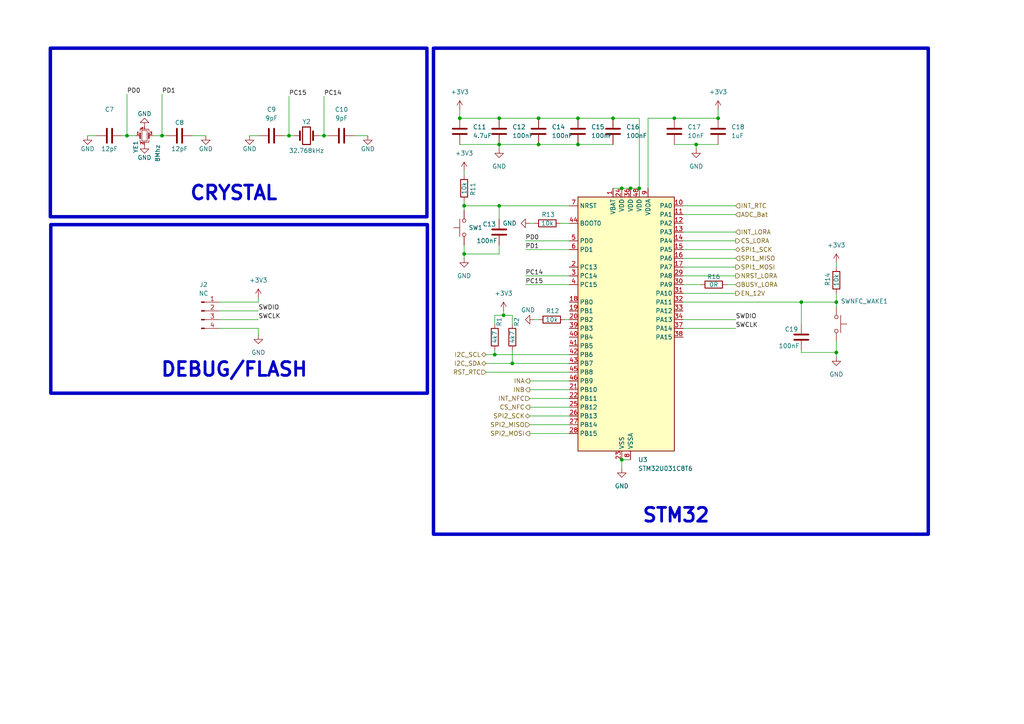
<source format=kicad_sch>
(kicad_sch
	(version 20231120)
	(generator "eeschema")
	(generator_version "8.0")
	(uuid "ef97ccbc-37ab-4ec9-b7ab-6e0d97078d77")
	(paper "A4")
	(lib_symbols
		(symbol "Connector:Conn_01x04_Pin"
			(pin_names
				(offset 1.016) hide)
			(exclude_from_sim no)
			(in_bom yes)
			(on_board yes)
			(property "Reference" "J"
				(at 0 5.08 0)
				(effects
					(font
						(size 1.27 1.27)
					)
				)
			)
			(property "Value" "Conn_01x04_Pin"
				(at 0 -7.62 0)
				(effects
					(font
						(size 1.27 1.27)
					)
				)
			)
			(property "Footprint" ""
				(at 0 0 0)
				(effects
					(font
						(size 1.27 1.27)
					)
					(hide yes)
				)
			)
			(property "Datasheet" "~"
				(at 0 0 0)
				(effects
					(font
						(size 1.27 1.27)
					)
					(hide yes)
				)
			)
			(property "Description" "Generic connector, single row, 01x04, script generated"
				(at 0 0 0)
				(effects
					(font
						(size 1.27 1.27)
					)
					(hide yes)
				)
			)
			(property "ki_locked" ""
				(at 0 0 0)
				(effects
					(font
						(size 1.27 1.27)
					)
				)
			)
			(property "ki_keywords" "connector"
				(at 0 0 0)
				(effects
					(font
						(size 1.27 1.27)
					)
					(hide yes)
				)
			)
			(property "ki_fp_filters" "Connector*:*_1x??_*"
				(at 0 0 0)
				(effects
					(font
						(size 1.27 1.27)
					)
					(hide yes)
				)
			)
			(symbol "Conn_01x04_Pin_1_1"
				(polyline
					(pts
						(xy 1.27 -5.08) (xy 0.8636 -5.08)
					)
					(stroke
						(width 0.1524)
						(type default)
					)
					(fill
						(type none)
					)
				)
				(polyline
					(pts
						(xy 1.27 -2.54) (xy 0.8636 -2.54)
					)
					(stroke
						(width 0.1524)
						(type default)
					)
					(fill
						(type none)
					)
				)
				(polyline
					(pts
						(xy 1.27 0) (xy 0.8636 0)
					)
					(stroke
						(width 0.1524)
						(type default)
					)
					(fill
						(type none)
					)
				)
				(polyline
					(pts
						(xy 1.27 2.54) (xy 0.8636 2.54)
					)
					(stroke
						(width 0.1524)
						(type default)
					)
					(fill
						(type none)
					)
				)
				(rectangle
					(start 0.8636 -4.953)
					(end 0 -5.207)
					(stroke
						(width 0.1524)
						(type default)
					)
					(fill
						(type outline)
					)
				)
				(rectangle
					(start 0.8636 -2.413)
					(end 0 -2.667)
					(stroke
						(width 0.1524)
						(type default)
					)
					(fill
						(type outline)
					)
				)
				(rectangle
					(start 0.8636 0.127)
					(end 0 -0.127)
					(stroke
						(width 0.1524)
						(type default)
					)
					(fill
						(type outline)
					)
				)
				(rectangle
					(start 0.8636 2.667)
					(end 0 2.413)
					(stroke
						(width 0.1524)
						(type default)
					)
					(fill
						(type outline)
					)
				)
				(pin passive line
					(at 5.08 2.54 180)
					(length 3.81)
					(name "Pin_1"
						(effects
							(font
								(size 1.27 1.27)
							)
						)
					)
					(number "1"
						(effects
							(font
								(size 1.27 1.27)
							)
						)
					)
				)
				(pin passive line
					(at 5.08 0 180)
					(length 3.81)
					(name "Pin_2"
						(effects
							(font
								(size 1.27 1.27)
							)
						)
					)
					(number "2"
						(effects
							(font
								(size 1.27 1.27)
							)
						)
					)
				)
				(pin passive line
					(at 5.08 -2.54 180)
					(length 3.81)
					(name "Pin_3"
						(effects
							(font
								(size 1.27 1.27)
							)
						)
					)
					(number "3"
						(effects
							(font
								(size 1.27 1.27)
							)
						)
					)
				)
				(pin passive line
					(at 5.08 -5.08 180)
					(length 3.81)
					(name "Pin_4"
						(effects
							(font
								(size 1.27 1.27)
							)
						)
					)
					(number "4"
						(effects
							(font
								(size 1.27 1.27)
							)
						)
					)
				)
			)
		)
		(symbol "Device:C"
			(pin_numbers hide)
			(pin_names
				(offset 0.254)
			)
			(exclude_from_sim no)
			(in_bom yes)
			(on_board yes)
			(property "Reference" "C"
				(at 0.635 2.54 0)
				(effects
					(font
						(size 1.27 1.27)
					)
					(justify left)
				)
			)
			(property "Value" "C"
				(at 0.635 -2.54 0)
				(effects
					(font
						(size 1.27 1.27)
					)
					(justify left)
				)
			)
			(property "Footprint" ""
				(at 0.9652 -3.81 0)
				(effects
					(font
						(size 1.27 1.27)
					)
					(hide yes)
				)
			)
			(property "Datasheet" "~"
				(at 0 0 0)
				(effects
					(font
						(size 1.27 1.27)
					)
					(hide yes)
				)
			)
			(property "Description" "Unpolarized capacitor"
				(at 0 0 0)
				(effects
					(font
						(size 1.27 1.27)
					)
					(hide yes)
				)
			)
			(property "ki_keywords" "cap capacitor"
				(at 0 0 0)
				(effects
					(font
						(size 1.27 1.27)
					)
					(hide yes)
				)
			)
			(property "ki_fp_filters" "C_*"
				(at 0 0 0)
				(effects
					(font
						(size 1.27 1.27)
					)
					(hide yes)
				)
			)
			(symbol "C_0_1"
				(polyline
					(pts
						(xy -2.032 -0.762) (xy 2.032 -0.762)
					)
					(stroke
						(width 0.508)
						(type default)
					)
					(fill
						(type none)
					)
				)
				(polyline
					(pts
						(xy -2.032 0.762) (xy 2.032 0.762)
					)
					(stroke
						(width 0.508)
						(type default)
					)
					(fill
						(type none)
					)
				)
			)
			(symbol "C_1_1"
				(pin passive line
					(at 0 3.81 270)
					(length 2.794)
					(name "~"
						(effects
							(font
								(size 1.27 1.27)
							)
						)
					)
					(number "1"
						(effects
							(font
								(size 1.27 1.27)
							)
						)
					)
				)
				(pin passive line
					(at 0 -3.81 90)
					(length 2.794)
					(name "~"
						(effects
							(font
								(size 1.27 1.27)
							)
						)
					)
					(number "2"
						(effects
							(font
								(size 1.27 1.27)
							)
						)
					)
				)
			)
		)
		(symbol "Device:Crystal"
			(pin_numbers hide)
			(pin_names
				(offset 1.016) hide)
			(exclude_from_sim no)
			(in_bom yes)
			(on_board yes)
			(property "Reference" "Y"
				(at 0 3.81 0)
				(effects
					(font
						(size 1.27 1.27)
					)
				)
			)
			(property "Value" "Crystal"
				(at 0 -3.81 0)
				(effects
					(font
						(size 1.27 1.27)
					)
				)
			)
			(property "Footprint" ""
				(at 0 0 0)
				(effects
					(font
						(size 1.27 1.27)
					)
					(hide yes)
				)
			)
			(property "Datasheet" "~"
				(at 0 0 0)
				(effects
					(font
						(size 1.27 1.27)
					)
					(hide yes)
				)
			)
			(property "Description" "Two pin crystal"
				(at 0 0 0)
				(effects
					(font
						(size 1.27 1.27)
					)
					(hide yes)
				)
			)
			(property "ki_keywords" "quartz ceramic resonator oscillator"
				(at 0 0 0)
				(effects
					(font
						(size 1.27 1.27)
					)
					(hide yes)
				)
			)
			(property "ki_fp_filters" "Crystal*"
				(at 0 0 0)
				(effects
					(font
						(size 1.27 1.27)
					)
					(hide yes)
				)
			)
			(symbol "Crystal_0_1"
				(rectangle
					(start -1.143 2.54)
					(end 1.143 -2.54)
					(stroke
						(width 0.3048)
						(type default)
					)
					(fill
						(type none)
					)
				)
				(polyline
					(pts
						(xy -2.54 0) (xy -1.905 0)
					)
					(stroke
						(width 0)
						(type default)
					)
					(fill
						(type none)
					)
				)
				(polyline
					(pts
						(xy -1.905 -1.27) (xy -1.905 1.27)
					)
					(stroke
						(width 0.508)
						(type default)
					)
					(fill
						(type none)
					)
				)
				(polyline
					(pts
						(xy 1.905 -1.27) (xy 1.905 1.27)
					)
					(stroke
						(width 0.508)
						(type default)
					)
					(fill
						(type none)
					)
				)
				(polyline
					(pts
						(xy 2.54 0) (xy 1.905 0)
					)
					(stroke
						(width 0)
						(type default)
					)
					(fill
						(type none)
					)
				)
			)
			(symbol "Crystal_1_1"
				(pin passive line
					(at -3.81 0 0)
					(length 1.27)
					(name "1"
						(effects
							(font
								(size 1.27 1.27)
							)
						)
					)
					(number "1"
						(effects
							(font
								(size 1.27 1.27)
							)
						)
					)
				)
				(pin passive line
					(at 3.81 0 180)
					(length 1.27)
					(name "2"
						(effects
							(font
								(size 1.27 1.27)
							)
						)
					)
					(number "2"
						(effects
							(font
								(size 1.27 1.27)
							)
						)
					)
				)
			)
		)
		(symbol "Device:Crystal_GND24_Small"
			(pin_names
				(offset 1.016) hide)
			(exclude_from_sim no)
			(in_bom yes)
			(on_board yes)
			(property "Reference" "Y"
				(at 1.27 4.445 0)
				(effects
					(font
						(size 1.27 1.27)
					)
					(justify left)
				)
			)
			(property "Value" "Crystal_GND24_Small"
				(at 1.27 2.54 0)
				(effects
					(font
						(size 1.27 1.27)
					)
					(justify left)
				)
			)
			(property "Footprint" ""
				(at 0 0 0)
				(effects
					(font
						(size 1.27 1.27)
					)
					(hide yes)
				)
			)
			(property "Datasheet" "~"
				(at 0 0 0)
				(effects
					(font
						(size 1.27 1.27)
					)
					(hide yes)
				)
			)
			(property "Description" "Four pin crystal, GND on pins 2 and 4, small symbol"
				(at 0 0 0)
				(effects
					(font
						(size 1.27 1.27)
					)
					(hide yes)
				)
			)
			(property "ki_keywords" "quartz ceramic resonator oscillator"
				(at 0 0 0)
				(effects
					(font
						(size 1.27 1.27)
					)
					(hide yes)
				)
			)
			(property "ki_fp_filters" "Crystal*"
				(at 0 0 0)
				(effects
					(font
						(size 1.27 1.27)
					)
					(hide yes)
				)
			)
			(symbol "Crystal_GND24_Small_0_1"
				(rectangle
					(start -0.762 -1.524)
					(end 0.762 1.524)
					(stroke
						(width 0)
						(type default)
					)
					(fill
						(type none)
					)
				)
				(polyline
					(pts
						(xy -1.27 -0.762) (xy -1.27 0.762)
					)
					(stroke
						(width 0.381)
						(type default)
					)
					(fill
						(type none)
					)
				)
				(polyline
					(pts
						(xy 1.27 -0.762) (xy 1.27 0.762)
					)
					(stroke
						(width 0.381)
						(type default)
					)
					(fill
						(type none)
					)
				)
				(polyline
					(pts
						(xy -1.27 -1.27) (xy -1.27 -1.905) (xy 1.27 -1.905) (xy 1.27 -1.27)
					)
					(stroke
						(width 0)
						(type default)
					)
					(fill
						(type none)
					)
				)
				(polyline
					(pts
						(xy -1.27 1.27) (xy -1.27 1.905) (xy 1.27 1.905) (xy 1.27 1.27)
					)
					(stroke
						(width 0)
						(type default)
					)
					(fill
						(type none)
					)
				)
			)
			(symbol "Crystal_GND24_Small_1_1"
				(pin passive line
					(at -2.54 0 0)
					(length 1.27)
					(name "1"
						(effects
							(font
								(size 1.27 1.27)
							)
						)
					)
					(number "1"
						(effects
							(font
								(size 0.762 0.762)
							)
						)
					)
				)
				(pin passive line
					(at 0 -2.54 90)
					(length 0.635)
					(name "2"
						(effects
							(font
								(size 1.27 1.27)
							)
						)
					)
					(number "2"
						(effects
							(font
								(size 0.762 0.762)
							)
						)
					)
				)
				(pin passive line
					(at 2.54 0 180)
					(length 1.27)
					(name "3"
						(effects
							(font
								(size 1.27 1.27)
							)
						)
					)
					(number "3"
						(effects
							(font
								(size 0.762 0.762)
							)
						)
					)
				)
				(pin passive line
					(at 0 2.54 270)
					(length 0.635)
					(name "4"
						(effects
							(font
								(size 1.27 1.27)
							)
						)
					)
					(number "4"
						(effects
							(font
								(size 0.762 0.762)
							)
						)
					)
				)
			)
		)
		(symbol "Device:R"
			(pin_numbers hide)
			(pin_names
				(offset 0)
			)
			(exclude_from_sim no)
			(in_bom yes)
			(on_board yes)
			(property "Reference" "R"
				(at 2.032 0 90)
				(effects
					(font
						(size 1.27 1.27)
					)
				)
			)
			(property "Value" "R"
				(at 0 0 90)
				(effects
					(font
						(size 1.27 1.27)
					)
				)
			)
			(property "Footprint" ""
				(at -1.778 0 90)
				(effects
					(font
						(size 1.27 1.27)
					)
					(hide yes)
				)
			)
			(property "Datasheet" "~"
				(at 0 0 0)
				(effects
					(font
						(size 1.27 1.27)
					)
					(hide yes)
				)
			)
			(property "Description" "Resistor"
				(at 0 0 0)
				(effects
					(font
						(size 1.27 1.27)
					)
					(hide yes)
				)
			)
			(property "ki_keywords" "R res resistor"
				(at 0 0 0)
				(effects
					(font
						(size 1.27 1.27)
					)
					(hide yes)
				)
			)
			(property "ki_fp_filters" "R_*"
				(at 0 0 0)
				(effects
					(font
						(size 1.27 1.27)
					)
					(hide yes)
				)
			)
			(symbol "R_0_1"
				(rectangle
					(start -1.016 -2.54)
					(end 1.016 2.54)
					(stroke
						(width 0.254)
						(type default)
					)
					(fill
						(type none)
					)
				)
			)
			(symbol "R_1_1"
				(pin passive line
					(at 0 3.81 270)
					(length 1.27)
					(name "~"
						(effects
							(font
								(size 1.27 1.27)
							)
						)
					)
					(number "1"
						(effects
							(font
								(size 1.27 1.27)
							)
						)
					)
				)
				(pin passive line
					(at 0 -3.81 90)
					(length 1.27)
					(name "~"
						(effects
							(font
								(size 1.27 1.27)
							)
						)
					)
					(number "2"
						(effects
							(font
								(size 1.27 1.27)
							)
						)
					)
				)
			)
		)
		(symbol "DienLIB:SW_Tactile"
			(pin_numbers hide)
			(pin_names
				(offset 1.016) hide)
			(exclude_from_sim no)
			(in_bom yes)
			(on_board yes)
			(property "Reference" "SW"
				(at 1.27 2.54 0)
				(effects
					(font
						(size 1.27 1.27)
					)
					(justify left)
				)
			)
			(property "Value" "SW_Tactile"
				(at 0 -1.524 0)
				(effects
					(font
						(size 1.27 1.27)
					)
					(hide yes)
				)
			)
			(property "Footprint" "DienLIB:SW_SPST_PTS810"
				(at 0 5.08 0)
				(effects
					(font
						(size 1.27 1.27)
					)
					(hide yes)
				)
			)
			(property "Datasheet" "https://omronfs.omron.com/en_US/ecb/products/pdf/en-b3fs.pdf"
				(at 0 5.08 0)
				(effects
					(font
						(size 1.27 1.27)
					)
					(hide yes)
				)
			)
			(property "Description" "Omron B3FS 6x6mm single pole normally-open tactile switch"
				(at 0 0 0)
				(effects
					(font
						(size 1.27 1.27)
					)
					(hide yes)
				)
			)
			(property "ki_keywords" "switch normally-open pushbutton push-button"
				(at 0 0 0)
				(effects
					(font
						(size 1.27 1.27)
					)
					(hide yes)
				)
			)
			(property "ki_fp_filters" "SW*Omron*B3FS*"
				(at 0 0 0)
				(effects
					(font
						(size 1.27 1.27)
					)
					(hide yes)
				)
			)
			(symbol "SW_Tactile_0_1"
				(circle
					(center -2.032 0)
					(radius 0.508)
					(stroke
						(width 0)
						(type default)
					)
					(fill
						(type none)
					)
				)
				(polyline
					(pts
						(xy 0 1.27) (xy 0 3.048)
					)
					(stroke
						(width 0)
						(type default)
					)
					(fill
						(type none)
					)
				)
				(polyline
					(pts
						(xy 2.54 1.27) (xy -2.54 1.27)
					)
					(stroke
						(width 0)
						(type default)
					)
					(fill
						(type none)
					)
				)
				(circle
					(center 2.032 0)
					(radius 0.508)
					(stroke
						(width 0)
						(type default)
					)
					(fill
						(type none)
					)
				)
				(pin passive line
					(at -5.08 0 0)
					(length 2.54)
					(name "1"
						(effects
							(font
								(size 1.27 1.27)
							)
						)
					)
					(number "1"
						(effects
							(font
								(size 1.27 1.27)
							)
						)
					)
				)
				(pin passive line
					(at 5.08 0 180)
					(length 2.54)
					(name "2"
						(effects
							(font
								(size 1.27 1.27)
							)
						)
					)
					(number "2"
						(effects
							(font
								(size 1.27 1.27)
							)
						)
					)
				)
			)
		)
		(symbol "MCU_ST_STM32F1:STM32F103C8Tx"
			(exclude_from_sim no)
			(in_bom yes)
			(on_board yes)
			(property "Reference" "U"
				(at -12.7 39.37 0)
				(effects
					(font
						(size 1.27 1.27)
					)
					(justify left)
				)
			)
			(property "Value" "STM32F103C8Tx"
				(at 10.16 39.37 0)
				(effects
					(font
						(size 1.27 1.27)
					)
					(justify left)
				)
			)
			(property "Footprint" "Package_QFP:LQFP-48_7x7mm_P0.5mm"
				(at -12.7 -35.56 0)
				(effects
					(font
						(size 1.27 1.27)
					)
					(justify right)
					(hide yes)
				)
			)
			(property "Datasheet" "https://www.st.com/resource/en/datasheet/stm32f103c8.pdf"
				(at 0 0 0)
				(effects
					(font
						(size 1.27 1.27)
					)
					(hide yes)
				)
			)
			(property "Description" "STMicroelectronics Arm Cortex-M3 MCU, 64KB flash, 20KB RAM, 72 MHz, 2.0-3.6V, 37 GPIO, LQFP48"
				(at 0 0 0)
				(effects
					(font
						(size 1.27 1.27)
					)
					(hide yes)
				)
			)
			(property "ki_locked" ""
				(at 0 0 0)
				(effects
					(font
						(size 1.27 1.27)
					)
				)
			)
			(property "ki_keywords" "Arm Cortex-M3 STM32F1 STM32F103"
				(at 0 0 0)
				(effects
					(font
						(size 1.27 1.27)
					)
					(hide yes)
				)
			)
			(property "ki_fp_filters" "LQFP*7x7mm*P0.5mm*"
				(at 0 0 0)
				(effects
					(font
						(size 1.27 1.27)
					)
					(hide yes)
				)
			)
			(symbol "STM32F103C8Tx_0_1"
				(rectangle
					(start -12.7 -35.56)
					(end 15.24 38.1)
					(stroke
						(width 0.254)
						(type default)
					)
					(fill
						(type background)
					)
				)
			)
			(symbol "STM32F103C8Tx_1_1"
				(pin power_in line
					(at -2.54 40.64 270)
					(length 2.54)
					(name "VBAT"
						(effects
							(font
								(size 1.27 1.27)
							)
						)
					)
					(number "1"
						(effects
							(font
								(size 1.27 1.27)
							)
						)
					)
				)
				(pin bidirectional line
					(at 17.78 35.56 180)
					(length 2.54)
					(name "PA0"
						(effects
							(font
								(size 1.27 1.27)
							)
						)
					)
					(number "10"
						(effects
							(font
								(size 1.27 1.27)
							)
						)
					)
					(alternate "ADC1_IN0" bidirectional line)
					(alternate "ADC2_IN0" bidirectional line)
					(alternate "SYS_WKUP" bidirectional line)
					(alternate "TIM2_CH1" bidirectional line)
					(alternate "TIM2_ETR" bidirectional line)
					(alternate "USART2_CTS" bidirectional line)
				)
				(pin bidirectional line
					(at 17.78 33.02 180)
					(length 2.54)
					(name "PA1"
						(effects
							(font
								(size 1.27 1.27)
							)
						)
					)
					(number "11"
						(effects
							(font
								(size 1.27 1.27)
							)
						)
					)
					(alternate "ADC1_IN1" bidirectional line)
					(alternate "ADC2_IN1" bidirectional line)
					(alternate "TIM2_CH2" bidirectional line)
					(alternate "USART2_RTS" bidirectional line)
				)
				(pin bidirectional line
					(at 17.78 30.48 180)
					(length 2.54)
					(name "PA2"
						(effects
							(font
								(size 1.27 1.27)
							)
						)
					)
					(number "12"
						(effects
							(font
								(size 1.27 1.27)
							)
						)
					)
					(alternate "ADC1_IN2" bidirectional line)
					(alternate "ADC2_IN2" bidirectional line)
					(alternate "TIM2_CH3" bidirectional line)
					(alternate "USART2_TX" bidirectional line)
				)
				(pin bidirectional line
					(at 17.78 27.94 180)
					(length 2.54)
					(name "PA3"
						(effects
							(font
								(size 1.27 1.27)
							)
						)
					)
					(number "13"
						(effects
							(font
								(size 1.27 1.27)
							)
						)
					)
					(alternate "ADC1_IN3" bidirectional line)
					(alternate "ADC2_IN3" bidirectional line)
					(alternate "TIM2_CH4" bidirectional line)
					(alternate "USART2_RX" bidirectional line)
				)
				(pin bidirectional line
					(at 17.78 25.4 180)
					(length 2.54)
					(name "PA4"
						(effects
							(font
								(size 1.27 1.27)
							)
						)
					)
					(number "14"
						(effects
							(font
								(size 1.27 1.27)
							)
						)
					)
					(alternate "ADC1_IN4" bidirectional line)
					(alternate "ADC2_IN4" bidirectional line)
					(alternate "SPI1_NSS" bidirectional line)
					(alternate "USART2_CK" bidirectional line)
				)
				(pin bidirectional line
					(at 17.78 22.86 180)
					(length 2.54)
					(name "PA5"
						(effects
							(font
								(size 1.27 1.27)
							)
						)
					)
					(number "15"
						(effects
							(font
								(size 1.27 1.27)
							)
						)
					)
					(alternate "ADC1_IN5" bidirectional line)
					(alternate "ADC2_IN5" bidirectional line)
					(alternate "SPI1_SCK" bidirectional line)
				)
				(pin bidirectional line
					(at 17.78 20.32 180)
					(length 2.54)
					(name "PA6"
						(effects
							(font
								(size 1.27 1.27)
							)
						)
					)
					(number "16"
						(effects
							(font
								(size 1.27 1.27)
							)
						)
					)
					(alternate "ADC1_IN6" bidirectional line)
					(alternate "ADC2_IN6" bidirectional line)
					(alternate "SPI1_MISO" bidirectional line)
					(alternate "TIM1_BKIN" bidirectional line)
					(alternate "TIM3_CH1" bidirectional line)
				)
				(pin bidirectional line
					(at 17.78 17.78 180)
					(length 2.54)
					(name "PA7"
						(effects
							(font
								(size 1.27 1.27)
							)
						)
					)
					(number "17"
						(effects
							(font
								(size 1.27 1.27)
							)
						)
					)
					(alternate "ADC1_IN7" bidirectional line)
					(alternate "ADC2_IN7" bidirectional line)
					(alternate "SPI1_MOSI" bidirectional line)
					(alternate "TIM1_CH1N" bidirectional line)
					(alternate "TIM3_CH2" bidirectional line)
				)
				(pin bidirectional line
					(at -15.24 7.62 0)
					(length 2.54)
					(name "PB0"
						(effects
							(font
								(size 1.27 1.27)
							)
						)
					)
					(number "18"
						(effects
							(font
								(size 1.27 1.27)
							)
						)
					)
					(alternate "ADC1_IN8" bidirectional line)
					(alternate "ADC2_IN8" bidirectional line)
					(alternate "TIM1_CH2N" bidirectional line)
					(alternate "TIM3_CH3" bidirectional line)
				)
				(pin bidirectional line
					(at -15.24 5.08 0)
					(length 2.54)
					(name "PB1"
						(effects
							(font
								(size 1.27 1.27)
							)
						)
					)
					(number "19"
						(effects
							(font
								(size 1.27 1.27)
							)
						)
					)
					(alternate "ADC1_IN9" bidirectional line)
					(alternate "ADC2_IN9" bidirectional line)
					(alternate "TIM1_CH3N" bidirectional line)
					(alternate "TIM3_CH4" bidirectional line)
				)
				(pin bidirectional line
					(at -15.24 17.78 0)
					(length 2.54)
					(name "PC13"
						(effects
							(font
								(size 1.27 1.27)
							)
						)
					)
					(number "2"
						(effects
							(font
								(size 1.27 1.27)
							)
						)
					)
					(alternate "RTC_OUT" bidirectional line)
					(alternate "RTC_TAMPER" bidirectional line)
				)
				(pin bidirectional line
					(at -15.24 2.54 0)
					(length 2.54)
					(name "PB2"
						(effects
							(font
								(size 1.27 1.27)
							)
						)
					)
					(number "20"
						(effects
							(font
								(size 1.27 1.27)
							)
						)
					)
				)
				(pin bidirectional line
					(at -15.24 -17.78 0)
					(length 2.54)
					(name "PB10"
						(effects
							(font
								(size 1.27 1.27)
							)
						)
					)
					(number "21"
						(effects
							(font
								(size 1.27 1.27)
							)
						)
					)
					(alternate "I2C2_SCL" bidirectional line)
					(alternate "TIM2_CH3" bidirectional line)
					(alternate "USART3_TX" bidirectional line)
				)
				(pin bidirectional line
					(at -15.24 -20.32 0)
					(length 2.54)
					(name "PB11"
						(effects
							(font
								(size 1.27 1.27)
							)
						)
					)
					(number "22"
						(effects
							(font
								(size 1.27 1.27)
							)
						)
					)
					(alternate "ADC1_EXTI11" bidirectional line)
					(alternate "ADC2_EXTI11" bidirectional line)
					(alternate "I2C2_SDA" bidirectional line)
					(alternate "TIM2_CH4" bidirectional line)
					(alternate "USART3_RX" bidirectional line)
				)
				(pin power_in line
					(at 0 -38.1 90)
					(length 2.54)
					(name "VSS"
						(effects
							(font
								(size 1.27 1.27)
							)
						)
					)
					(number "23"
						(effects
							(font
								(size 1.27 1.27)
							)
						)
					)
				)
				(pin power_in line
					(at 0 40.64 270)
					(length 2.54)
					(name "VDD"
						(effects
							(font
								(size 1.27 1.27)
							)
						)
					)
					(number "24"
						(effects
							(font
								(size 1.27 1.27)
							)
						)
					)
				)
				(pin bidirectional line
					(at -15.24 -22.86 0)
					(length 2.54)
					(name "PB12"
						(effects
							(font
								(size 1.27 1.27)
							)
						)
					)
					(number "25"
						(effects
							(font
								(size 1.27 1.27)
							)
						)
					)
					(alternate "I2C2_SMBA" bidirectional line)
					(alternate "SPI2_NSS" bidirectional line)
					(alternate "TIM1_BKIN" bidirectional line)
					(alternate "USART3_CK" bidirectional line)
				)
				(pin bidirectional line
					(at -15.24 -25.4 0)
					(length 2.54)
					(name "PB13"
						(effects
							(font
								(size 1.27 1.27)
							)
						)
					)
					(number "26"
						(effects
							(font
								(size 1.27 1.27)
							)
						)
					)
					(alternate "SPI2_SCK" bidirectional line)
					(alternate "TIM1_CH1N" bidirectional line)
					(alternate "USART3_CTS" bidirectional line)
				)
				(pin bidirectional line
					(at -15.24 -27.94 0)
					(length 2.54)
					(name "PB14"
						(effects
							(font
								(size 1.27 1.27)
							)
						)
					)
					(number "27"
						(effects
							(font
								(size 1.27 1.27)
							)
						)
					)
					(alternate "SPI2_MISO" bidirectional line)
					(alternate "TIM1_CH2N" bidirectional line)
					(alternate "USART3_RTS" bidirectional line)
				)
				(pin bidirectional line
					(at -15.24 -30.48 0)
					(length 2.54)
					(name "PB15"
						(effects
							(font
								(size 1.27 1.27)
							)
						)
					)
					(number "28"
						(effects
							(font
								(size 1.27 1.27)
							)
						)
					)
					(alternate "ADC1_EXTI15" bidirectional line)
					(alternate "ADC2_EXTI15" bidirectional line)
					(alternate "SPI2_MOSI" bidirectional line)
					(alternate "TIM1_CH3N" bidirectional line)
				)
				(pin bidirectional line
					(at 17.78 15.24 180)
					(length 2.54)
					(name "PA8"
						(effects
							(font
								(size 1.27 1.27)
							)
						)
					)
					(number "29"
						(effects
							(font
								(size 1.27 1.27)
							)
						)
					)
					(alternate "RCC_MCO" bidirectional line)
					(alternate "TIM1_CH1" bidirectional line)
					(alternate "USART1_CK" bidirectional line)
				)
				(pin bidirectional line
					(at -15.24 15.24 0)
					(length 2.54)
					(name "PC14"
						(effects
							(font
								(size 1.27 1.27)
							)
						)
					)
					(number "3"
						(effects
							(font
								(size 1.27 1.27)
							)
						)
					)
					(alternate "RCC_OSC32_IN" bidirectional line)
				)
				(pin bidirectional line
					(at 17.78 12.7 180)
					(length 2.54)
					(name "PA9"
						(effects
							(font
								(size 1.27 1.27)
							)
						)
					)
					(number "30"
						(effects
							(font
								(size 1.27 1.27)
							)
						)
					)
					(alternate "TIM1_CH2" bidirectional line)
					(alternate "USART1_TX" bidirectional line)
				)
				(pin bidirectional line
					(at 17.78 10.16 180)
					(length 2.54)
					(name "PA10"
						(effects
							(font
								(size 1.27 1.27)
							)
						)
					)
					(number "31"
						(effects
							(font
								(size 1.27 1.27)
							)
						)
					)
					(alternate "TIM1_CH3" bidirectional line)
					(alternate "USART1_RX" bidirectional line)
				)
				(pin bidirectional line
					(at 17.78 7.62 180)
					(length 2.54)
					(name "PA11"
						(effects
							(font
								(size 1.27 1.27)
							)
						)
					)
					(number "32"
						(effects
							(font
								(size 1.27 1.27)
							)
						)
					)
					(alternate "ADC1_EXTI11" bidirectional line)
					(alternate "ADC2_EXTI11" bidirectional line)
					(alternate "CAN_RX" bidirectional line)
					(alternate "TIM1_CH4" bidirectional line)
					(alternate "USART1_CTS" bidirectional line)
					(alternate "USB_DM" bidirectional line)
				)
				(pin bidirectional line
					(at 17.78 5.08 180)
					(length 2.54)
					(name "PA12"
						(effects
							(font
								(size 1.27 1.27)
							)
						)
					)
					(number "33"
						(effects
							(font
								(size 1.27 1.27)
							)
						)
					)
					(alternate "CAN_TX" bidirectional line)
					(alternate "TIM1_ETR" bidirectional line)
					(alternate "USART1_RTS" bidirectional line)
					(alternate "USB_DP" bidirectional line)
				)
				(pin bidirectional line
					(at 17.78 2.54 180)
					(length 2.54)
					(name "PA13"
						(effects
							(font
								(size 1.27 1.27)
							)
						)
					)
					(number "34"
						(effects
							(font
								(size 1.27 1.27)
							)
						)
					)
					(alternate "SYS_JTMS-SWDIO" bidirectional line)
				)
				(pin passive line
					(at 0 -38.1 90)
					(length 2.54) hide
					(name "VSS"
						(effects
							(font
								(size 1.27 1.27)
							)
						)
					)
					(number "35"
						(effects
							(font
								(size 1.27 1.27)
							)
						)
					)
				)
				(pin power_in line
					(at 2.54 40.64 270)
					(length 2.54)
					(name "VDD"
						(effects
							(font
								(size 1.27 1.27)
							)
						)
					)
					(number "36"
						(effects
							(font
								(size 1.27 1.27)
							)
						)
					)
				)
				(pin bidirectional line
					(at 17.78 0 180)
					(length 2.54)
					(name "PA14"
						(effects
							(font
								(size 1.27 1.27)
							)
						)
					)
					(number "37"
						(effects
							(font
								(size 1.27 1.27)
							)
						)
					)
					(alternate "SYS_JTCK-SWCLK" bidirectional line)
				)
				(pin bidirectional line
					(at 17.78 -2.54 180)
					(length 2.54)
					(name "PA15"
						(effects
							(font
								(size 1.27 1.27)
							)
						)
					)
					(number "38"
						(effects
							(font
								(size 1.27 1.27)
							)
						)
					)
					(alternate "ADC1_EXTI15" bidirectional line)
					(alternate "ADC2_EXTI15" bidirectional line)
					(alternate "SPI1_NSS" bidirectional line)
					(alternate "SYS_JTDI" bidirectional line)
					(alternate "TIM2_CH1" bidirectional line)
					(alternate "TIM2_ETR" bidirectional line)
				)
				(pin bidirectional line
					(at -15.24 0 0)
					(length 2.54)
					(name "PB3"
						(effects
							(font
								(size 1.27 1.27)
							)
						)
					)
					(number "39"
						(effects
							(font
								(size 1.27 1.27)
							)
						)
					)
					(alternate "SPI1_SCK" bidirectional line)
					(alternate "SYS_JTDO-TRACESWO" bidirectional line)
					(alternate "TIM2_CH2" bidirectional line)
				)
				(pin bidirectional line
					(at -15.24 12.7 0)
					(length 2.54)
					(name "PC15"
						(effects
							(font
								(size 1.27 1.27)
							)
						)
					)
					(number "4"
						(effects
							(font
								(size 1.27 1.27)
							)
						)
					)
					(alternate "ADC1_EXTI15" bidirectional line)
					(alternate "ADC2_EXTI15" bidirectional line)
					(alternate "RCC_OSC32_OUT" bidirectional line)
				)
				(pin bidirectional line
					(at -15.24 -2.54 0)
					(length 2.54)
					(name "PB4"
						(effects
							(font
								(size 1.27 1.27)
							)
						)
					)
					(number "40"
						(effects
							(font
								(size 1.27 1.27)
							)
						)
					)
					(alternate "SPI1_MISO" bidirectional line)
					(alternate "SYS_NJTRST" bidirectional line)
					(alternate "TIM3_CH1" bidirectional line)
				)
				(pin bidirectional line
					(at -15.24 -5.08 0)
					(length 2.54)
					(name "PB5"
						(effects
							(font
								(size 1.27 1.27)
							)
						)
					)
					(number "41"
						(effects
							(font
								(size 1.27 1.27)
							)
						)
					)
					(alternate "I2C1_SMBA" bidirectional line)
					(alternate "SPI1_MOSI" bidirectional line)
					(alternate "TIM3_CH2" bidirectional line)
				)
				(pin bidirectional line
					(at -15.24 -7.62 0)
					(length 2.54)
					(name "PB6"
						(effects
							(font
								(size 1.27 1.27)
							)
						)
					)
					(number "42"
						(effects
							(font
								(size 1.27 1.27)
							)
						)
					)
					(alternate "I2C1_SCL" bidirectional line)
					(alternate "TIM4_CH1" bidirectional line)
					(alternate "USART1_TX" bidirectional line)
				)
				(pin bidirectional line
					(at -15.24 -10.16 0)
					(length 2.54)
					(name "PB7"
						(effects
							(font
								(size 1.27 1.27)
							)
						)
					)
					(number "43"
						(effects
							(font
								(size 1.27 1.27)
							)
						)
					)
					(alternate "I2C1_SDA" bidirectional line)
					(alternate "TIM4_CH2" bidirectional line)
					(alternate "USART1_RX" bidirectional line)
				)
				(pin input line
					(at -15.24 30.48 0)
					(length 2.54)
					(name "BOOT0"
						(effects
							(font
								(size 1.27 1.27)
							)
						)
					)
					(number "44"
						(effects
							(font
								(size 1.27 1.27)
							)
						)
					)
				)
				(pin bidirectional line
					(at -15.24 -12.7 0)
					(length 2.54)
					(name "PB8"
						(effects
							(font
								(size 1.27 1.27)
							)
						)
					)
					(number "45"
						(effects
							(font
								(size 1.27 1.27)
							)
						)
					)
					(alternate "CAN_RX" bidirectional line)
					(alternate "I2C1_SCL" bidirectional line)
					(alternate "TIM4_CH3" bidirectional line)
				)
				(pin bidirectional line
					(at -15.24 -15.24 0)
					(length 2.54)
					(name "PB9"
						(effects
							(font
								(size 1.27 1.27)
							)
						)
					)
					(number "46"
						(effects
							(font
								(size 1.27 1.27)
							)
						)
					)
					(alternate "CAN_TX" bidirectional line)
					(alternate "I2C1_SDA" bidirectional line)
					(alternate "TIM4_CH4" bidirectional line)
				)
				(pin passive line
					(at 0 -38.1 90)
					(length 2.54) hide
					(name "VSS"
						(effects
							(font
								(size 1.27 1.27)
							)
						)
					)
					(number "47"
						(effects
							(font
								(size 1.27 1.27)
							)
						)
					)
				)
				(pin power_in line
					(at 5.08 40.64 270)
					(length 2.54)
					(name "VDD"
						(effects
							(font
								(size 1.27 1.27)
							)
						)
					)
					(number "48"
						(effects
							(font
								(size 1.27 1.27)
							)
						)
					)
				)
				(pin bidirectional line
					(at -15.24 25.4 0)
					(length 2.54)
					(name "PD0"
						(effects
							(font
								(size 1.27 1.27)
							)
						)
					)
					(number "5"
						(effects
							(font
								(size 1.27 1.27)
							)
						)
					)
					(alternate "RCC_OSC_IN" bidirectional line)
				)
				(pin bidirectional line
					(at -15.24 22.86 0)
					(length 2.54)
					(name "PD1"
						(effects
							(font
								(size 1.27 1.27)
							)
						)
					)
					(number "6"
						(effects
							(font
								(size 1.27 1.27)
							)
						)
					)
					(alternate "RCC_OSC_OUT" bidirectional line)
				)
				(pin input line
					(at -15.24 35.56 0)
					(length 2.54)
					(name "NRST"
						(effects
							(font
								(size 1.27 1.27)
							)
						)
					)
					(number "7"
						(effects
							(font
								(size 1.27 1.27)
							)
						)
					)
				)
				(pin power_in line
					(at 2.54 -38.1 90)
					(length 2.54)
					(name "VSSA"
						(effects
							(font
								(size 1.27 1.27)
							)
						)
					)
					(number "8"
						(effects
							(font
								(size 1.27 1.27)
							)
						)
					)
				)
				(pin power_in line
					(at 7.62 40.64 270)
					(length 2.54)
					(name "VDDA"
						(effects
							(font
								(size 1.27 1.27)
							)
						)
					)
					(number "9"
						(effects
							(font
								(size 1.27 1.27)
							)
						)
					)
				)
			)
		)
		(symbol "Thu_vien_kicad:C"
			(pin_numbers hide)
			(pin_names
				(offset 0.254)
			)
			(exclude_from_sim no)
			(in_bom yes)
			(on_board yes)
			(property "Reference" "C"
				(at 0.635 2.54 0)
				(effects
					(font
						(size 1.27 1.27)
					)
					(justify left)
				)
			)
			(property "Value" "C"
				(at 0.635 -2.54 0)
				(effects
					(font
						(size 1.27 1.27)
					)
					(justify left)
				)
			)
			(property "Footprint" ""
				(at 0.9652 -3.81 0)
				(effects
					(font
						(size 1.27 1.27)
					)
					(hide yes)
				)
			)
			(property "Datasheet" "~"
				(at 0 0 0)
				(effects
					(font
						(size 1.27 1.27)
					)
					(hide yes)
				)
			)
			(property "Description" "Unpolarized capacitor"
				(at 0 0 0)
				(effects
					(font
						(size 1.27 1.27)
					)
					(hide yes)
				)
			)
			(property "ki_keywords" "cap capacitor"
				(at 0 0 0)
				(effects
					(font
						(size 1.27 1.27)
					)
					(hide yes)
				)
			)
			(property "ki_fp_filters" "C_*"
				(at 0 0 0)
				(effects
					(font
						(size 1.27 1.27)
					)
					(hide yes)
				)
			)
			(symbol "C_0_1"
				(polyline
					(pts
						(xy -2.032 -0.762) (xy 2.032 -0.762)
					)
					(stroke
						(width 0.508)
						(type default)
					)
					(fill
						(type none)
					)
				)
				(polyline
					(pts
						(xy -2.032 0.762) (xy 2.032 0.762)
					)
					(stroke
						(width 0.508)
						(type default)
					)
					(fill
						(type none)
					)
				)
			)
			(symbol "C_1_1"
				(pin passive line
					(at 0 3.81 270)
					(length 2.794)
					(name "~"
						(effects
							(font
								(size 1.27 1.27)
							)
						)
					)
					(number "1"
						(effects
							(font
								(size 1.27 1.27)
							)
						)
					)
				)
				(pin passive line
					(at 0 -3.81 90)
					(length 2.794)
					(name "~"
						(effects
							(font
								(size 1.27 1.27)
							)
						)
					)
					(number "2"
						(effects
							(font
								(size 1.27 1.27)
							)
						)
					)
				)
			)
		)
		(symbol "power:+3V3"
			(power)
			(pin_names
				(offset 0)
			)
			(exclude_from_sim no)
			(in_bom yes)
			(on_board yes)
			(property "Reference" "#PWR"
				(at 0 -3.81 0)
				(effects
					(font
						(size 1.27 1.27)
					)
					(hide yes)
				)
			)
			(property "Value" "+3V3"
				(at 0 3.556 0)
				(effects
					(font
						(size 1.27 1.27)
					)
				)
			)
			(property "Footprint" ""
				(at 0 0 0)
				(effects
					(font
						(size 1.27 1.27)
					)
					(hide yes)
				)
			)
			(property "Datasheet" ""
				(at 0 0 0)
				(effects
					(font
						(size 1.27 1.27)
					)
					(hide yes)
				)
			)
			(property "Description" "Power symbol creates a global label with name \"+3V3\""
				(at 0 0 0)
				(effects
					(font
						(size 1.27 1.27)
					)
					(hide yes)
				)
			)
			(property "ki_keywords" "global power"
				(at 0 0 0)
				(effects
					(font
						(size 1.27 1.27)
					)
					(hide yes)
				)
			)
			(symbol "+3V3_0_1"
				(polyline
					(pts
						(xy -0.762 1.27) (xy 0 2.54)
					)
					(stroke
						(width 0)
						(type default)
					)
					(fill
						(type none)
					)
				)
				(polyline
					(pts
						(xy 0 0) (xy 0 2.54)
					)
					(stroke
						(width 0)
						(type default)
					)
					(fill
						(type none)
					)
				)
				(polyline
					(pts
						(xy 0 2.54) (xy 0.762 1.27)
					)
					(stroke
						(width 0)
						(type default)
					)
					(fill
						(type none)
					)
				)
			)
			(symbol "+3V3_1_1"
				(pin power_in line
					(at 0 0 90)
					(length 0) hide
					(name "+3V3"
						(effects
							(font
								(size 1.27 1.27)
							)
						)
					)
					(number "1"
						(effects
							(font
								(size 1.27 1.27)
							)
						)
					)
				)
			)
		)
		(symbol "power:GND"
			(power)
			(pin_names
				(offset 0)
			)
			(exclude_from_sim no)
			(in_bom yes)
			(on_board yes)
			(property "Reference" "#PWR"
				(at 0 -6.35 0)
				(effects
					(font
						(size 1.27 1.27)
					)
					(hide yes)
				)
			)
			(property "Value" "GND"
				(at 0 -3.81 0)
				(effects
					(font
						(size 1.27 1.27)
					)
				)
			)
			(property "Footprint" ""
				(at 0 0 0)
				(effects
					(font
						(size 1.27 1.27)
					)
					(hide yes)
				)
			)
			(property "Datasheet" ""
				(at 0 0 0)
				(effects
					(font
						(size 1.27 1.27)
					)
					(hide yes)
				)
			)
			(property "Description" "Power symbol creates a global label with name \"GND\" , ground"
				(at 0 0 0)
				(effects
					(font
						(size 1.27 1.27)
					)
					(hide yes)
				)
			)
			(property "ki_keywords" "global power"
				(at 0 0 0)
				(effects
					(font
						(size 1.27 1.27)
					)
					(hide yes)
				)
			)
			(symbol "GND_0_1"
				(polyline
					(pts
						(xy 0 0) (xy 0 -1.27) (xy 1.27 -1.27) (xy 0 -2.54) (xy -1.27 -1.27) (xy 0 -1.27)
					)
					(stroke
						(width 0)
						(type default)
					)
					(fill
						(type none)
					)
				)
			)
			(symbol "GND_1_1"
				(pin power_in line
					(at 0 0 270)
					(length 0) hide
					(name "GND"
						(effects
							(font
								(size 1.27 1.27)
							)
						)
					)
					(number "1"
						(effects
							(font
								(size 1.27 1.27)
							)
						)
					)
				)
			)
		)
	)
	(junction
		(at 144.78 59.69)
		(diameter 0)
		(color 0 0 0 0)
		(uuid "02398141-bcb2-4f7c-814b-6c7f1ce4223f")
	)
	(junction
		(at 134.62 73.66)
		(diameter 0)
		(color 0 0 0 0)
		(uuid "13d660b7-fbdc-42a9-b58f-301b15a54f1a")
	)
	(junction
		(at 167.64 41.91)
		(diameter 0)
		(color 0 0 0 0)
		(uuid "189b15f0-a28b-4533-bd99-9293a78e3401")
	)
	(junction
		(at 232.41 87.63)
		(diameter 0)
		(color 0 0 0 0)
		(uuid "3f17442f-bb0c-461a-9856-fedc00bb9e3d")
	)
	(junction
		(at 195.58 34.29)
		(diameter 0)
		(color 0 0 0 0)
		(uuid "48d01cd7-68d7-4bbe-aaa2-eb287ca88034")
	)
	(junction
		(at 180.34 133.35)
		(diameter 0)
		(color 0 0 0 0)
		(uuid "6860cfa4-5f80-4071-be39-99c863e7ce0b")
	)
	(junction
		(at 242.57 87.63)
		(diameter 0)
		(color 0 0 0 0)
		(uuid "6c1fc58e-ae0e-442c-820b-fec46679455b")
	)
	(junction
		(at 177.8 34.29)
		(diameter 0)
		(color 0 0 0 0)
		(uuid "6eea2c35-335c-4810-8461-fe6fa67f9d7a")
	)
	(junction
		(at 167.64 34.29)
		(diameter 0)
		(color 0 0 0 0)
		(uuid "7c94b40a-ded2-4611-bce4-db2fb4f64fa4")
	)
	(junction
		(at 146.05 91.44)
		(diameter 0)
		(color 0 0 0 0)
		(uuid "8b5c8262-dab9-4d42-8533-9b74842e954c")
	)
	(junction
		(at 83.82 39.37)
		(diameter 0)
		(color 0 0 0 0)
		(uuid "8b713150-6b77-4bb6-85b7-9a7afb425b81")
	)
	(junction
		(at 182.88 54.61)
		(diameter 0)
		(color 0 0 0 0)
		(uuid "8bb7142f-9db5-4a1a-adfc-3a494d97d551")
	)
	(junction
		(at 93.98 39.37)
		(diameter 0)
		(color 0 0 0 0)
		(uuid "9959f90b-f675-48e1-8d99-a235f9485add")
	)
	(junction
		(at 185.42 54.61)
		(diameter 0)
		(color 0 0 0 0)
		(uuid "a2e6a31c-1b55-4090-b8c4-8d319e7431fb")
	)
	(junction
		(at 156.21 41.91)
		(diameter 0)
		(color 0 0 0 0)
		(uuid "a63b1a93-22af-4c98-ae43-09f32837d1dc")
	)
	(junction
		(at 134.62 59.69)
		(diameter 0)
		(color 0 0 0 0)
		(uuid "a6d18b57-a7e2-4bc1-bd3c-2d5851021d3a")
	)
	(junction
		(at 156.21 34.29)
		(diameter 0)
		(color 0 0 0 0)
		(uuid "a7b3c9f4-9d39-42f6-afb9-5da7832004ee")
	)
	(junction
		(at 144.78 41.91)
		(diameter 0)
		(color 0 0 0 0)
		(uuid "afdd0016-089d-4376-969a-6114be3dc373")
	)
	(junction
		(at 148.59 105.41)
		(diameter 0)
		(color 0 0 0 0)
		(uuid "b572f0ec-7077-4ae1-becb-bad3b6c3df74")
	)
	(junction
		(at 180.34 54.61)
		(diameter 0)
		(color 0 0 0 0)
		(uuid "b68432f6-a8ee-4917-8573-81990b248054")
	)
	(junction
		(at 242.57 102.235)
		(diameter 0)
		(color 0 0 0 0)
		(uuid "b96f7128-35f5-4a55-906e-d0b4b9ea8291")
	)
	(junction
		(at 144.78 34.29)
		(diameter 0)
		(color 0 0 0 0)
		(uuid "c48208c6-5f56-4051-80da-1398aea8936d")
	)
	(junction
		(at 36.83 39.37)
		(diameter 0)
		(color 0 0 0 0)
		(uuid "d3daf2db-7e30-46d5-af51-e2a00139f37e")
	)
	(junction
		(at 46.99 39.37)
		(diameter 0)
		(color 0 0 0 0)
		(uuid "df88bdbd-e012-4db9-bdf6-c1305af2bd88")
	)
	(junction
		(at 201.93 41.91)
		(diameter 0)
		(color 0 0 0 0)
		(uuid "e01ccf41-01f2-422a-8d5d-9180a6905ff4")
	)
	(junction
		(at 133.35 34.29)
		(diameter 0)
		(color 0 0 0 0)
		(uuid "e73ad89a-ed6f-4f72-a75f-dec04683732c")
	)
	(junction
		(at 143.51 102.87)
		(diameter 0)
		(color 0 0 0 0)
		(uuid "fbab34f2-acfb-4318-9c4a-461e856fa11c")
	)
	(junction
		(at 208.28 34.29)
		(diameter 0)
		(color 0 0 0 0)
		(uuid "ff01a01d-7d27-41b8-9ba7-bbefaaa4b30c")
	)
	(wire
		(pts
			(xy 177.8 54.61) (xy 180.34 54.61)
		)
		(stroke
			(width 0)
			(type default)
		)
		(uuid "015b6267-3e61-4f79-8533-5ff60cca0483")
	)
	(wire
		(pts
			(xy 242.57 77.47) (xy 242.57 76.2)
		)
		(stroke
			(width 0)
			(type default)
		)
		(uuid "0175c97f-9e8e-440a-90ad-89ff5059b616")
	)
	(wire
		(pts
			(xy 182.88 54.61) (xy 185.42 54.61)
		)
		(stroke
			(width 0)
			(type default)
		)
		(uuid "057fa996-e8b6-49b5-8a1a-ef408e95a550")
	)
	(wire
		(pts
			(xy 232.41 102.235) (xy 232.41 101.6)
		)
		(stroke
			(width 0)
			(type default)
		)
		(uuid "05b72ccb-cb0c-4271-837b-8d9ba1b15e58")
	)
	(wire
		(pts
			(xy 232.41 87.63) (xy 232.41 93.98)
		)
		(stroke
			(width 0)
			(type default)
		)
		(uuid "0a664b69-a3ed-4c20-9b3c-706782dc7614")
	)
	(wire
		(pts
			(xy 198.12 67.31) (xy 213.36 67.31)
		)
		(stroke
			(width 0)
			(type default)
		)
		(uuid "0ca4b888-d7b9-4236-845c-3a2ae5bc826e")
	)
	(wire
		(pts
			(xy 154.94 92.71) (xy 156.21 92.71)
		)
		(stroke
			(width 0)
			(type default)
		)
		(uuid "0da2fa42-45bd-4e6a-8be4-cd972f7be077")
	)
	(wire
		(pts
			(xy 148.59 93.98) (xy 148.59 91.44)
		)
		(stroke
			(width 0)
			(type default)
		)
		(uuid "15bc8b6e-c0c9-41f8-82bf-e3f5e2597b34")
	)
	(wire
		(pts
			(xy 198.12 77.47) (xy 213.36 77.47)
		)
		(stroke
			(width 0)
			(type default)
		)
		(uuid "18596abc-00a6-4000-ba32-ece5ea06f016")
	)
	(wire
		(pts
			(xy 156.21 34.29) (xy 167.64 34.29)
		)
		(stroke
			(width 0)
			(type default)
		)
		(uuid "18b9e1ba-6d2d-47b2-b1d8-b6c20109c49f")
	)
	(wire
		(pts
			(xy 180.34 54.61) (xy 182.88 54.61)
		)
		(stroke
			(width 0)
			(type default)
		)
		(uuid "1c8bd30b-ce84-42cb-a184-df1404f939eb")
	)
	(wire
		(pts
			(xy 93.98 27.94) (xy 93.98 39.37)
		)
		(stroke
			(width 0)
			(type default)
		)
		(uuid "26e91137-e19f-44b3-b04c-13e725ae4d0b")
	)
	(wire
		(pts
			(xy 210.82 82.55) (xy 213.36 82.55)
		)
		(stroke
			(width 0)
			(type default)
		)
		(uuid "2794ca52-c2f2-45fb-b449-7bd2eb2b8ea3")
	)
	(wire
		(pts
			(xy 25.4 39.37) (xy 27.94 39.37)
		)
		(stroke
			(width 0)
			(type default)
		)
		(uuid "2b3eedf5-97c7-43f0-bc92-54c5d8b38876")
	)
	(wire
		(pts
			(xy 153.67 115.57) (xy 165.1 115.57)
		)
		(stroke
			(width 0)
			(type default)
		)
		(uuid "2da715dd-2008-4291-ac5e-a5ca5a267f72")
	)
	(wire
		(pts
			(xy 198.12 59.69) (xy 213.36 59.69)
		)
		(stroke
			(width 0)
			(type default)
		)
		(uuid "33520043-f8a0-454b-a35f-5d3930823356")
	)
	(wire
		(pts
			(xy 143.51 91.44) (xy 143.51 93.98)
		)
		(stroke
			(width 0)
			(type default)
		)
		(uuid "336af160-3018-4409-9dd6-531a6575eb16")
	)
	(wire
		(pts
			(xy 74.93 97.155) (xy 74.93 95.25)
		)
		(stroke
			(width 0)
			(type default)
		)
		(uuid "349d08fd-b58f-49ad-b286-012365688683")
	)
	(wire
		(pts
			(xy 140.97 107.95) (xy 165.1 107.95)
		)
		(stroke
			(width 0)
			(type default)
		)
		(uuid "37f8dbf6-7b29-424f-a3cb-820c73e6e3f5")
	)
	(wire
		(pts
			(xy 242.57 87.63) (xy 232.41 87.63)
		)
		(stroke
			(width 0)
			(type default)
		)
		(uuid "38c46ed1-5e31-45c9-a9b9-c45b85a088a7")
	)
	(wire
		(pts
			(xy 187.96 34.29) (xy 195.58 34.29)
		)
		(stroke
			(width 0)
			(type default)
		)
		(uuid "3c809e1b-1e64-46b0-aa7a-d91087b2086d")
	)
	(wire
		(pts
			(xy 36.83 27.305) (xy 36.83 39.37)
		)
		(stroke
			(width 0)
			(type default)
		)
		(uuid "3d0ef502-5505-46b4-8787-e03a39f094e6")
	)
	(wire
		(pts
			(xy 144.78 59.69) (xy 165.1 59.69)
		)
		(stroke
			(width 0)
			(type default)
		)
		(uuid "3db73ed6-9d8f-4447-9232-32f8890d90fa")
	)
	(wire
		(pts
			(xy 144.78 34.29) (xy 156.21 34.29)
		)
		(stroke
			(width 0)
			(type default)
		)
		(uuid "403a9e19-0bd9-47c6-9305-3398a3909f60")
	)
	(wire
		(pts
			(xy 74.93 90.17) (xy 63.5 90.17)
		)
		(stroke
			(width 0)
			(type default)
		)
		(uuid "405fcf49-4bf9-4789-bd58-38f1e547d559")
	)
	(wire
		(pts
			(xy 198.12 92.71) (xy 213.36 92.71)
		)
		(stroke
			(width 0)
			(type default)
		)
		(uuid "41f1106e-1e37-4893-bb44-88bbfe655684")
	)
	(wire
		(pts
			(xy 198.12 80.01) (xy 213.36 80.01)
		)
		(stroke
			(width 0)
			(type default)
		)
		(uuid "443f9302-97fb-4519-b735-d547506085cb")
	)
	(wire
		(pts
			(xy 72.39 39.37) (xy 74.93 39.37)
		)
		(stroke
			(width 0)
			(type default)
		)
		(uuid "44e178ae-4182-4925-9c79-2793a1dbfc4e")
	)
	(wire
		(pts
			(xy 44.45 39.37) (xy 46.99 39.37)
		)
		(stroke
			(width 0)
			(type default)
		)
		(uuid "47a7d27e-65d2-4d0d-a241-25d77bf3560d")
	)
	(wire
		(pts
			(xy 198.12 87.63) (xy 232.41 87.63)
		)
		(stroke
			(width 0)
			(type default)
		)
		(uuid "47aaa2ce-a7c5-4762-942e-afc56521fdea")
	)
	(wire
		(pts
			(xy 232.41 102.235) (xy 242.57 102.235)
		)
		(stroke
			(width 0)
			(type default)
		)
		(uuid "4a094bf0-b4dc-4847-8a13-f6927c3cd3f1")
	)
	(wire
		(pts
			(xy 93.98 39.37) (xy 95.25 39.37)
		)
		(stroke
			(width 0)
			(type default)
		)
		(uuid "4d5ce246-598d-4dd6-ae8e-68f8e3ca72af")
	)
	(wire
		(pts
			(xy 152.4 69.85) (xy 165.1 69.85)
		)
		(stroke
			(width 0)
			(type default)
		)
		(uuid "4daf2b70-634b-42db-8094-4a2ffa510e8e")
	)
	(wire
		(pts
			(xy 153.67 64.77) (xy 154.94 64.77)
		)
		(stroke
			(width 0)
			(type default)
		)
		(uuid "4f0092c0-7ba9-4a1e-8865-06fe2f0c4252")
	)
	(wire
		(pts
			(xy 242.57 102.235) (xy 242.57 103.505)
		)
		(stroke
			(width 0)
			(type default)
		)
		(uuid "51c02bdc-e759-46a8-9516-c4b58a27f628")
	)
	(wire
		(pts
			(xy 102.87 39.37) (xy 106.68 39.37)
		)
		(stroke
			(width 0)
			(type default)
		)
		(uuid "5682cd73-fd26-4645-9774-764a8aba2e07")
	)
	(wire
		(pts
			(xy 198.12 62.23) (xy 213.36 62.23)
		)
		(stroke
			(width 0)
			(type default)
		)
		(uuid "59659b69-3e01-4163-9186-837ac8451599")
	)
	(wire
		(pts
			(xy 187.96 34.29) (xy 187.96 54.61)
		)
		(stroke
			(width 0)
			(type default)
		)
		(uuid "5c4026a8-6fda-422c-a2eb-cd5590818ea1")
	)
	(wire
		(pts
			(xy 153.67 120.65) (xy 165.1 120.65)
		)
		(stroke
			(width 0)
			(type default)
		)
		(uuid "5e3927b7-1469-4df3-a533-294428b00a0c")
	)
	(wire
		(pts
			(xy 195.58 41.91) (xy 201.93 41.91)
		)
		(stroke
			(width 0)
			(type default)
		)
		(uuid "642ca176-7f0d-4e8c-91bd-f530675bbfdf")
	)
	(wire
		(pts
			(xy 198.12 85.09) (xy 213.36 85.09)
		)
		(stroke
			(width 0)
			(type default)
		)
		(uuid "643b71e5-013a-4895-ba5c-731aef329303")
	)
	(wire
		(pts
			(xy 148.59 91.44) (xy 146.05 91.44)
		)
		(stroke
			(width 0)
			(type default)
		)
		(uuid "6974b7f1-fa2c-4950-b134-d847da858fa5")
	)
	(wire
		(pts
			(xy 242.57 99.06) (xy 242.57 102.235)
		)
		(stroke
			(width 0)
			(type default)
		)
		(uuid "6c5267ef-9108-46ad-84f8-3f41fe2ae70a")
	)
	(wire
		(pts
			(xy 167.64 41.91) (xy 177.8 41.91)
		)
		(stroke
			(width 0)
			(type default)
		)
		(uuid "6f02ef4e-a16d-40ab-9ec4-b52f792c6a7f")
	)
	(wire
		(pts
			(xy 153.67 125.73) (xy 165.1 125.73)
		)
		(stroke
			(width 0)
			(type default)
		)
		(uuid "6f5fd928-430c-463c-896f-55c6798ce110")
	)
	(wire
		(pts
			(xy 83.82 39.37) (xy 85.09 39.37)
		)
		(stroke
			(width 0)
			(type default)
		)
		(uuid "6feadea8-2be0-4863-987d-01e2c7bd6bd3")
	)
	(wire
		(pts
			(xy 198.12 95.25) (xy 213.36 95.25)
		)
		(stroke
			(width 0)
			(type default)
		)
		(uuid "708edc89-1948-4c26-9c64-926d954b2a75")
	)
	(wire
		(pts
			(xy 134.62 59.69) (xy 144.78 59.69)
		)
		(stroke
			(width 0)
			(type default)
		)
		(uuid "718d573b-d6c2-4194-822f-999bd8cfc8ac")
	)
	(wire
		(pts
			(xy 146.05 90.17) (xy 146.05 91.44)
		)
		(stroke
			(width 0)
			(type default)
		)
		(uuid "72acfcc6-97a6-449f-9165-523b56190228")
	)
	(wire
		(pts
			(xy 140.97 105.41) (xy 148.59 105.41)
		)
		(stroke
			(width 0)
			(type default)
		)
		(uuid "740a4f18-d83a-46e5-8a05-28c03265554a")
	)
	(wire
		(pts
			(xy 63.5 87.63) (xy 74.93 87.63)
		)
		(stroke
			(width 0)
			(type default)
		)
		(uuid "76b4f041-bb26-4ef3-bafc-df310919a9ee")
	)
	(wire
		(pts
			(xy 143.51 101.6) (xy 143.51 102.87)
		)
		(stroke
			(width 0)
			(type default)
		)
		(uuid "7868d46c-5e1e-479d-afee-0da746ccf0c3")
	)
	(wire
		(pts
			(xy 74.93 92.71) (xy 63.5 92.71)
		)
		(stroke
			(width 0)
			(type default)
		)
		(uuid "7bdb5d5e-10ed-4e85-9a69-b154264a4330")
	)
	(wire
		(pts
			(xy 201.93 41.91) (xy 208.28 41.91)
		)
		(stroke
			(width 0)
			(type default)
		)
		(uuid "7e76fe41-e02b-4ece-a57a-430c5cee146c")
	)
	(wire
		(pts
			(xy 35.56 39.37) (xy 36.83 39.37)
		)
		(stroke
			(width 0)
			(type default)
		)
		(uuid "7f0a1342-e8de-4e63-9a41-61c3bbcdc85e")
	)
	(wire
		(pts
			(xy 83.82 27.94) (xy 83.82 39.37)
		)
		(stroke
			(width 0)
			(type default)
		)
		(uuid "7f849d99-6731-4245-af43-570c5138aba4")
	)
	(wire
		(pts
			(xy 198.12 69.85) (xy 213.36 69.85)
		)
		(stroke
			(width 0)
			(type default)
		)
		(uuid "822f5524-bba3-497e-9e80-319dd427526a")
	)
	(wire
		(pts
			(xy 74.93 86.36) (xy 74.93 87.63)
		)
		(stroke
			(width 0)
			(type default)
		)
		(uuid "82750213-018e-422d-892a-8c2cb7a6149d")
	)
	(wire
		(pts
			(xy 153.67 110.49) (xy 165.1 110.49)
		)
		(stroke
			(width 0)
			(type default)
		)
		(uuid "84b4cd4b-7cd1-4422-bfaa-9411c4592c43")
	)
	(wire
		(pts
			(xy 134.62 71.12) (xy 134.62 73.66)
		)
		(stroke
			(width 0)
			(type default)
		)
		(uuid "911ef443-44b0-4bd1-a4a1-3a8b372f538f")
	)
	(wire
		(pts
			(xy 133.35 31.75) (xy 133.35 34.29)
		)
		(stroke
			(width 0)
			(type default)
		)
		(uuid "94b371d5-392b-45d1-8b1a-3d9582d66a69")
	)
	(wire
		(pts
			(xy 156.21 41.91) (xy 167.64 41.91)
		)
		(stroke
			(width 0)
			(type default)
		)
		(uuid "972e99bb-f8e5-42c0-9a6c-680bdcc2bd3b")
	)
	(wire
		(pts
			(xy 140.97 102.87) (xy 143.51 102.87)
		)
		(stroke
			(width 0)
			(type default)
		)
		(uuid "999595c5-73cc-477d-b694-eb7d0a94623e")
	)
	(wire
		(pts
			(xy 242.57 85.09) (xy 242.57 87.63)
		)
		(stroke
			(width 0)
			(type default)
		)
		(uuid "9eebcec1-f9fb-46c4-944a-2b12359820e2")
	)
	(wire
		(pts
			(xy 134.62 74.93) (xy 134.62 73.66)
		)
		(stroke
			(width 0)
			(type default)
		)
		(uuid "9f016e78-e0c6-43c1-bcd9-5c0676dff9e3")
	)
	(wire
		(pts
			(xy 134.62 50.8) (xy 134.62 49.53)
		)
		(stroke
			(width 0)
			(type default)
		)
		(uuid "abd1d9ae-e650-4beb-9373-1a5e86623321")
	)
	(wire
		(pts
			(xy 195.58 34.29) (xy 208.28 34.29)
		)
		(stroke
			(width 0)
			(type default)
		)
		(uuid "b2eac430-7ae8-4cb0-a189-2c6e5af28ba5")
	)
	(wire
		(pts
			(xy 167.64 34.29) (xy 177.8 34.29)
		)
		(stroke
			(width 0)
			(type default)
		)
		(uuid "b3da3fb8-ff65-40e8-9f2d-b450eece76af")
	)
	(wire
		(pts
			(xy 198.12 82.55) (xy 203.2 82.55)
		)
		(stroke
			(width 0)
			(type default)
		)
		(uuid "b5b78dba-7ecd-438d-bfe5-b0a60517ff3d")
	)
	(wire
		(pts
			(xy 153.67 113.03) (xy 165.1 113.03)
		)
		(stroke
			(width 0)
			(type default)
		)
		(uuid "b656be4e-6ee4-4b2c-9076-81a01d042167")
	)
	(wire
		(pts
			(xy 177.8 34.29) (xy 185.42 34.29)
		)
		(stroke
			(width 0)
			(type default)
		)
		(uuid "b6b998a0-0b45-4482-beee-5754161f63c3")
	)
	(wire
		(pts
			(xy 185.42 34.29) (xy 185.42 54.61)
		)
		(stroke
			(width 0)
			(type default)
		)
		(uuid "b81a1998-ca5b-4e78-bbc9-a7b885780b40")
	)
	(wire
		(pts
			(xy 152.4 82.55) (xy 165.1 82.55)
		)
		(stroke
			(width 0)
			(type default)
		)
		(uuid "bcc2d33c-44b8-4549-a728-6f91dfc69a91")
	)
	(wire
		(pts
			(xy 134.62 59.69) (xy 134.62 60.96)
		)
		(stroke
			(width 0)
			(type default)
		)
		(uuid "c45b5894-6684-4549-b2d5-4e6a48bdef63")
	)
	(wire
		(pts
			(xy 36.83 39.37) (xy 39.37 39.37)
		)
		(stroke
			(width 0)
			(type default)
		)
		(uuid "c6d46ff7-01d9-4bd6-9770-940258741f09")
	)
	(wire
		(pts
			(xy 146.05 91.44) (xy 143.51 91.44)
		)
		(stroke
			(width 0)
			(type default)
		)
		(uuid "c885f228-a721-402b-ba5f-a1729de1885f")
	)
	(wire
		(pts
			(xy 144.78 41.91) (xy 144.78 43.18)
		)
		(stroke
			(width 0)
			(type default)
		)
		(uuid "c9df3879-d85e-499f-ab41-c93657427c59")
	)
	(wire
		(pts
			(xy 165.1 64.77) (xy 162.56 64.77)
		)
		(stroke
			(width 0)
			(type default)
		)
		(uuid "cce87a26-cabd-4aa4-bfc4-4b60f53d5fa0")
	)
	(wire
		(pts
			(xy 46.99 39.37) (xy 48.26 39.37)
		)
		(stroke
			(width 0)
			(type default)
		)
		(uuid "ce6603b3-8105-44ad-8533-0a626642f45c")
	)
	(wire
		(pts
			(xy 153.67 123.19) (xy 165.1 123.19)
		)
		(stroke
			(width 0)
			(type default)
		)
		(uuid "cfda4e47-3565-4d4a-b87b-81248135a637")
	)
	(wire
		(pts
			(xy 144.78 59.69) (xy 144.78 63.5)
		)
		(stroke
			(width 0)
			(type default)
		)
		(uuid "d1858a7f-8f9b-4594-bbfd-2b88cb52ba02")
	)
	(wire
		(pts
			(xy 163.83 92.71) (xy 165.1 92.71)
		)
		(stroke
			(width 0)
			(type default)
		)
		(uuid "d1b1c64f-df0d-4feb-9811-606240793fa5")
	)
	(wire
		(pts
			(xy 143.51 102.87) (xy 165.1 102.87)
		)
		(stroke
			(width 0)
			(type default)
		)
		(uuid "d46c3b73-4056-4f8e-87cf-a6a5d317c28d")
	)
	(wire
		(pts
			(xy 55.88 39.37) (xy 59.69 39.37)
		)
		(stroke
			(width 0)
			(type default)
		)
		(uuid "d71c89b8-0875-464d-ba38-a608e7bd0899")
	)
	(wire
		(pts
			(xy 82.55 39.37) (xy 83.82 39.37)
		)
		(stroke
			(width 0)
			(type default)
		)
		(uuid "d7a8f043-6d9b-4c16-88a3-d9fd3aaf8b59")
	)
	(wire
		(pts
			(xy 133.35 34.29) (xy 144.78 34.29)
		)
		(stroke
			(width 0)
			(type default)
		)
		(uuid "d8bd3351-b262-4a18-a496-6d5d1cc12a2d")
	)
	(wire
		(pts
			(xy 148.59 101.6) (xy 148.59 105.41)
		)
		(stroke
			(width 0)
			(type default)
		)
		(uuid "e0a493b5-5e04-42d6-96cb-63a7f5feb0ce")
	)
	(wire
		(pts
			(xy 152.4 80.01) (xy 165.1 80.01)
		)
		(stroke
			(width 0)
			(type default)
		)
		(uuid "e32d4575-98d6-4deb-b49e-d4e7278942ec")
	)
	(wire
		(pts
			(xy 144.78 73.66) (xy 134.62 73.66)
		)
		(stroke
			(width 0)
			(type default)
		)
		(uuid "e4d5ecf4-5b9e-44da-9461-977156018658")
	)
	(wire
		(pts
			(xy 180.34 133.35) (xy 180.34 135.89)
		)
		(stroke
			(width 0)
			(type default)
		)
		(uuid "e4ea8e3c-7038-43c9-9e44-40deb9adc4f6")
	)
	(wire
		(pts
			(xy 208.28 31.75) (xy 208.28 34.29)
		)
		(stroke
			(width 0)
			(type default)
		)
		(uuid "e53b4fe6-33c2-4e3f-82ce-dfa0cd2a7b2a")
	)
	(wire
		(pts
			(xy 182.88 133.35) (xy 180.34 133.35)
		)
		(stroke
			(width 0)
			(type default)
		)
		(uuid "e6821e5c-5f9a-48f4-b569-68b7504bc1b2")
	)
	(wire
		(pts
			(xy 144.78 41.91) (xy 156.21 41.91)
		)
		(stroke
			(width 0)
			(type default)
		)
		(uuid "e6b112b9-7eb2-4ac1-aee3-1b280541c589")
	)
	(wire
		(pts
			(xy 74.93 95.25) (xy 63.5 95.25)
		)
		(stroke
			(width 0)
			(type default)
		)
		(uuid "ea5f6951-f853-46d9-9422-bc6cfb33653d")
	)
	(wire
		(pts
			(xy 133.35 41.91) (xy 144.78 41.91)
		)
		(stroke
			(width 0)
			(type default)
		)
		(uuid "ecece867-0a09-44ae-8b6b-21adc19474c9")
	)
	(wire
		(pts
			(xy 148.59 105.41) (xy 165.1 105.41)
		)
		(stroke
			(width 0)
			(type default)
		)
		(uuid "ed471057-d43b-4d2a-9bd7-4f5435560940")
	)
	(wire
		(pts
			(xy 153.67 118.11) (xy 165.1 118.11)
		)
		(stroke
			(width 0)
			(type default)
		)
		(uuid "eee294d6-52c4-41eb-a87e-c593edcbba31")
	)
	(wire
		(pts
			(xy 198.12 74.93) (xy 213.36 74.93)
		)
		(stroke
			(width 0)
			(type default)
		)
		(uuid "f0167e50-dccf-4bbe-9275-4fd710a03f9c")
	)
	(wire
		(pts
			(xy 201.93 41.91) (xy 201.93 43.18)
		)
		(stroke
			(width 0)
			(type default)
		)
		(uuid "f07997a8-2b7c-4a44-b627-e98b6a09715f")
	)
	(wire
		(pts
			(xy 144.78 71.12) (xy 144.78 73.66)
		)
		(stroke
			(width 0)
			(type default)
		)
		(uuid "f0cf5275-9cf4-4448-bc80-d1a033abe470")
	)
	(wire
		(pts
			(xy 152.4 72.39) (xy 165.1 72.39)
		)
		(stroke
			(width 0)
			(type default)
		)
		(uuid "f545ccca-eb04-460f-a423-16d941a1f56d")
	)
	(wire
		(pts
			(xy 198.12 72.39) (xy 213.36 72.39)
		)
		(stroke
			(width 0)
			(type default)
		)
		(uuid "f96686aa-13e7-436a-ac5c-327ef4c94fba")
	)
	(wire
		(pts
			(xy 134.62 58.42) (xy 134.62 59.69)
		)
		(stroke
			(width 0)
			(type default)
		)
		(uuid "f9dc5a42-dcde-4b72-aca2-be63315c9841")
	)
	(wire
		(pts
			(xy 242.57 87.63) (xy 242.57 88.9)
		)
		(stroke
			(width 0)
			(type default)
		)
		(uuid "fa341ca7-d9eb-44f0-b94c-1a101f20a93e")
	)
	(wire
		(pts
			(xy 46.99 27.305) (xy 46.99 39.37)
		)
		(stroke
			(width 0)
			(type default)
		)
		(uuid "fad78042-1f2a-4854-8f7a-17c609c3434d")
	)
	(wire
		(pts
			(xy 92.71 39.37) (xy 93.98 39.37)
		)
		(stroke
			(width 0)
			(type default)
		)
		(uuid "fd6970bb-909f-432e-9513-5616f7239059")
	)
	(rectangle
		(start 125.73 13.97)
		(end 269.24 154.94)
		(stroke
			(width 1)
			(type default)
		)
		(fill
			(type none)
		)
		(uuid 2072a2a2-2245-429f-912e-674506334628)
	)
	(rectangle
		(start 14.605 13.97)
		(end 123.825 62.865)
		(stroke
			(width 1)
			(type default)
		)
		(fill
			(type none)
		)
		(uuid 5eb91d92-3a1e-4f28-bfce-81c0fe8d810f)
	)
	(rectangle
		(start 14.732 65.151)
		(end 123.952 114.046)
		(stroke
			(width 1)
			(type default)
		)
		(fill
			(type none)
		)
		(uuid c7d9026b-db2b-4b72-9eee-d266d5fca8b2)
	)
	(text "DEBUG/FLASH\n"
		(exclude_from_sim no)
		(at 67.945 107.315 0)
		(effects
			(font
				(size 4 4)
				(thickness 0.8)
				(bold yes)
			)
		)
		(uuid "1689e676-24e7-40b8-a54f-a3f5654ca88f")
	)
	(text "STM32"
		(exclude_from_sim no)
		(at 196.088 149.606 0)
		(effects
			(font
				(size 4 4)
				(thickness 0.8)
				(bold yes)
			)
		)
		(uuid "7950e441-2ac5-4f1f-ba7d-12ec675f2c66")
	)
	(text "CRYSTAL\n"
		(exclude_from_sim no)
		(at 67.818 56.134 0)
		(effects
			(font
				(size 4 4)
				(thickness 0.8)
				(bold yes)
			)
		)
		(uuid "9bc38df3-58a0-49ad-893b-bf9502a62464")
	)
	(label "PD1"
		(at 152.4 72.39 0)
		(fields_autoplaced yes)
		(effects
			(font
				(size 1.27 1.27)
			)
			(justify left bottom)
		)
		(uuid "2237a969-afd9-4857-8d01-9febac1a1116")
	)
	(label "SWCLK"
		(at 74.93 92.71 0)
		(fields_autoplaced yes)
		(effects
			(font
				(size 1.27 1.27)
			)
			(justify left bottom)
		)
		(uuid "4ed90893-aeb3-406e-a419-061c956ec48f")
	)
	(label "SWCLK"
		(at 213.36 95.25 0)
		(fields_autoplaced yes)
		(effects
			(font
				(size 1.27 1.27)
			)
			(justify left bottom)
		)
		(uuid "58861ab8-3127-46cd-9d34-ec39e2545045")
	)
	(label "PC15"
		(at 83.82 27.94 0)
		(fields_autoplaced yes)
		(effects
			(font
				(size 1.27 1.27)
			)
			(justify left bottom)
		)
		(uuid "5c39338a-6aa2-46e2-921e-336bf8c4dc04")
	)
	(label "PC14"
		(at 152.4 80.01 0)
		(fields_autoplaced yes)
		(effects
			(font
				(size 1.27 1.27)
			)
			(justify left bottom)
		)
		(uuid "6025dec4-6a99-4be4-9193-a9304723c9ea")
	)
	(label "PC14"
		(at 93.98 27.94 0)
		(fields_autoplaced yes)
		(effects
			(font
				(size 1.27 1.27)
			)
			(justify left bottom)
		)
		(uuid "657d10a9-28d6-4dfe-8f03-5007ff4c5324")
	)
	(label "PD0"
		(at 36.83 27.305 0)
		(fields_autoplaced yes)
		(effects
			(font
				(size 1.27 1.27)
			)
			(justify left bottom)
		)
		(uuid "671361c8-eb28-427e-981b-cca229131956")
	)
	(label "PD1"
		(at 46.99 27.305 0)
		(fields_autoplaced yes)
		(effects
			(font
				(size 1.27 1.27)
			)
			(justify left bottom)
		)
		(uuid "674ed4d6-dc90-4c1b-b389-bb2c7cabe090")
	)
	(label "PC15"
		(at 152.4 82.55 0)
		(fields_autoplaced yes)
		(effects
			(font
				(size 1.27 1.27)
			)
			(justify left bottom)
		)
		(uuid "87df935c-6796-46ff-a2d4-aafc20afd503")
	)
	(label "SWDIO"
		(at 74.93 90.17 0)
		(fields_autoplaced yes)
		(effects
			(font
				(size 1.27 1.27)
			)
			(justify left bottom)
		)
		(uuid "aa01bdbd-6cb1-44d7-88d5-746217209f2e")
	)
	(label "SWDIO"
		(at 213.36 92.71 0)
		(fields_autoplaced yes)
		(effects
			(font
				(size 1.27 1.27)
			)
			(justify left bottom)
		)
		(uuid "b125f1a3-b653-4660-90b9-8a20965379e7")
	)
	(label "PD0"
		(at 152.4 69.85 0)
		(fields_autoplaced yes)
		(effects
			(font
				(size 1.27 1.27)
			)
			(justify left bottom)
		)
		(uuid "e90833a9-487d-4009-9933-1e22aeceb79a")
	)
	(hierarchical_label "ADC_Bat"
		(shape input)
		(at 213.36 62.23 0)
		(fields_autoplaced yes)
		(effects
			(font
				(size 1.27 1.27)
			)
			(justify left)
		)
		(uuid "0257e5cf-cbea-4e02-a013-704bf8aa0084")
	)
	(hierarchical_label "INT_NFC"
		(shape input)
		(at 153.67 115.57 180)
		(fields_autoplaced yes)
		(effects
			(font
				(size 1.27 1.27)
			)
			(justify right)
		)
		(uuid "07d24168-6a4a-4204-904b-310530c78fc6")
	)
	(hierarchical_label "I2C_SDA"
		(shape bidirectional)
		(at 140.97 105.41 180)
		(fields_autoplaced yes)
		(effects
			(font
				(size 1.27 1.27)
			)
			(justify right)
		)
		(uuid "091f4500-97e5-434a-9556-a48bc1171963")
	)
	(hierarchical_label "SPI1_SCK"
		(shape bidirectional)
		(at 213.36 72.39 0)
		(fields_autoplaced yes)
		(effects
			(font
				(size 1.27 1.27)
			)
			(justify left)
		)
		(uuid "26ab217d-66c8-4826-bec6-15847d2f887f")
	)
	(hierarchical_label "SPI1_MOSI"
		(shape output)
		(at 213.36 77.47 0)
		(fields_autoplaced yes)
		(effects
			(font
				(size 1.27 1.27)
			)
			(justify left)
		)
		(uuid "304f7860-0a40-4535-83d5-37032177937a")
	)
	(hierarchical_label "INA"
		(shape output)
		(at 153.67 110.49 180)
		(fields_autoplaced yes)
		(effects
			(font
				(size 1.27 1.27)
			)
			(justify right)
		)
		(uuid "44f0422c-fb58-4055-9913-4e2f29611d19")
	)
	(hierarchical_label "SPI1_MISO"
		(shape input)
		(at 213.36 74.93 0)
		(fields_autoplaced yes)
		(effects
			(font
				(size 1.27 1.27)
			)
			(justify left)
		)
		(uuid "5da95749-6e00-4c7b-bfd4-0a96e633bab8")
	)
	(hierarchical_label "SPI2_MOSI"
		(shape output)
		(at 153.67 125.73 180)
		(fields_autoplaced yes)
		(effects
			(font
				(size 1.27 1.27)
			)
			(justify right)
		)
		(uuid "6000d2dd-e34f-41b4-925a-a73488a1b66c")
	)
	(hierarchical_label "SPI2_SCK"
		(shape bidirectional)
		(at 153.67 120.65 180)
		(fields_autoplaced yes)
		(effects
			(font
				(size 1.27 1.27)
			)
			(justify right)
		)
		(uuid "64325cea-0b89-4726-b7cf-06abf2068b5b")
	)
	(hierarchical_label "I2C_SCL"
		(shape bidirectional)
		(at 140.97 102.87 180)
		(fields_autoplaced yes)
		(effects
			(font
				(size 1.27 1.27)
			)
			(justify right)
		)
		(uuid "883edbd6-2bab-46ef-90fa-680d679e7324")
	)
	(hierarchical_label "SPI2_MISO"
		(shape input)
		(at 153.67 123.19 180)
		(fields_autoplaced yes)
		(effects
			(font
				(size 1.27 1.27)
			)
			(justify right)
		)
		(uuid "a4f06d86-9ef1-4eb7-a014-a662005c1908")
	)
	(hierarchical_label "INT_LORA"
		(shape input)
		(at 213.36 67.31 0)
		(fields_autoplaced yes)
		(effects
			(font
				(size 1.27 1.27)
			)
			(justify left)
		)
		(uuid "a62c5dbf-a581-432a-bf25-a37fd97d3323")
	)
	(hierarchical_label "RST_RTC"
		(shape input)
		(at 140.97 107.95 180)
		(fields_autoplaced yes)
		(effects
			(font
				(size 1.27 1.27)
			)
			(justify right)
		)
		(uuid "aa8993cf-6796-4b05-ae5d-a60129f9a784")
	)
	(hierarchical_label "INT_RTC"
		(shape input)
		(at 213.36 59.69 0)
		(fields_autoplaced yes)
		(effects
			(font
				(size 1.27 1.27)
			)
			(justify left)
		)
		(uuid "aff22cd4-742a-44b5-be05-0ca85fdd3263")
	)
	(hierarchical_label "BUSY_LORA"
		(shape input)
		(at 213.36 82.55 0)
		(fields_autoplaced yes)
		(effects
			(font
				(size 1.27 1.27)
			)
			(justify left)
		)
		(uuid "d1d36bc5-bca8-43c9-85c1-8d620a752248")
	)
	(hierarchical_label "CS_LORA"
		(shape output)
		(at 213.36 69.85 0)
		(fields_autoplaced yes)
		(effects
			(font
				(size 1.27 1.27)
			)
			(justify left)
		)
		(uuid "d8aa9fc1-63ff-493d-88fb-20c6b448f12a")
	)
	(hierarchical_label "CS_NFC"
		(shape output)
		(at 153.67 118.11 180)
		(fields_autoplaced yes)
		(effects
			(font
				(size 1.27 1.27)
			)
			(justify right)
		)
		(uuid "eefe7516-bc67-4cd2-9454-136996d5a964")
	)
	(hierarchical_label "EN_12V"
		(shape output)
		(at 213.36 85.09 0)
		(fields_autoplaced yes)
		(effects
			(font
				(size 1.27 1.27)
			)
			(justify left)
		)
		(uuid "f78ec118-e5ca-4cfb-b534-01e8a6e8c770")
	)
	(hierarchical_label "INB"
		(shape output)
		(at 153.67 113.03 180)
		(fields_autoplaced yes)
		(effects
			(font
				(size 1.27 1.27)
			)
			(justify right)
		)
		(uuid "f84bc43a-e137-4699-afde-e1b83955364c")
	)
	(hierarchical_label "NRST_LORA"
		(shape output)
		(at 213.36 80.01 0)
		(fields_autoplaced yes)
		(effects
			(font
				(size 1.27 1.27)
			)
			(justify left)
		)
		(uuid "fab20d20-44c8-434b-8ad3-99c1f70bf038")
	)
	(symbol
		(lib_id "Thu_vien_kicad:C")
		(at 31.75 39.37 90)
		(unit 1)
		(exclude_from_sim no)
		(in_bom yes)
		(on_board yes)
		(dnp no)
		(uuid "07cedb49-be55-4e1c-a929-4e79aca01c61")
		(property "Reference" "C7"
			(at 31.75 31.75 90)
			(effects
				(font
					(size 1.27 1.27)
				)
			)
		)
		(property "Value" "12pF"
			(at 31.75 43.18 90)
			(effects
				(font
					(size 1.27 1.27)
				)
			)
		)
		(property "Footprint" "SANG_LIB_FP:C_0603_1608Metric"
			(at 35.56 38.4048 0)
			(effects
				(font
					(size 1.27 1.27)
				)
				(hide yes)
			)
		)
		(property "Datasheet" "~"
			(at 31.75 39.37 0)
			(effects
				(font
					(size 1.27 1.27)
				)
				(hide yes)
			)
		)
		(property "Description" ""
			(at 31.75 39.37 0)
			(effects
				(font
					(size 1.27 1.27)
				)
				(hide yes)
			)
		)
		(property "JLC" "C1642 "
			(at 31.75 39.37 0)
			(effects
				(font
					(size 1.27 1.27)
				)
				(hide yes)
			)
		)
		(pin "1"
			(uuid "e36a909a-63ff-465d-8304-2f6acd4bc671")
		)
		(pin "2"
			(uuid "b5668633-7bf1-4d2c-9801-0527df0c997f")
		)
		(instances
			(project "Call-Point-Actuator"
				(path "/700768df-09f0-45cf-9b46-9332e9bddc11/9a67a003-de12-4a10-8329-338dd9a7eac6"
					(reference "C7")
					(unit 1)
				)
			)
		)
	)
	(symbol
		(lib_id "Device:C")
		(at 167.64 38.1 180)
		(unit 1)
		(exclude_from_sim no)
		(in_bom yes)
		(on_board yes)
		(dnp no)
		(fields_autoplaced yes)
		(uuid "0b30271f-a061-4ea8-a4ac-9e762a86f5d2")
		(property "Reference" "C15"
			(at 171.45 36.83 0)
			(effects
				(font
					(size 1.27 1.27)
				)
				(justify right)
			)
		)
		(property "Value" "100nF"
			(at 171.45 39.37 0)
			(effects
				(font
					(size 1.27 1.27)
				)
				(justify right)
			)
		)
		(property "Footprint" "SANG_LIB_FP:C_0603_1608Metric"
			(at 166.6748 34.29 0)
			(effects
				(font
					(size 1.27 1.27)
				)
				(hide yes)
			)
		)
		(property "Datasheet" "~"
			(at 167.64 38.1 0)
			(effects
				(font
					(size 1.27 1.27)
				)
				(hide yes)
			)
		)
		(property "Description" ""
			(at 167.64 38.1 0)
			(effects
				(font
					(size 1.27 1.27)
				)
				(hide yes)
			)
		)
		(property "JLC" "C14663"
			(at 167.64 38.1 0)
			(effects
				(font
					(size 1.27 1.27)
				)
				(hide yes)
			)
		)
		(pin "2"
			(uuid "c029cd06-cc29-4d1d-8eb1-e16227cb9e8c")
		)
		(pin "1"
			(uuid "d1ab9582-e1b2-486a-87c4-3f8472baebc2")
		)
		(instances
			(project "Call-Point-Actuator"
				(path "/700768df-09f0-45cf-9b46-9332e9bddc11/9a67a003-de12-4a10-8329-338dd9a7eac6"
					(reference "C15")
					(unit 1)
				)
			)
		)
	)
	(symbol
		(lib_id "Device:Crystal_GND24_Small")
		(at 41.91 39.37 0)
		(unit 1)
		(exclude_from_sim no)
		(in_bom yes)
		(on_board yes)
		(dnp no)
		(uuid "0be9387b-8ada-481c-ba16-c453f6ef2aee")
		(property "Reference" "YE1"
			(at 39.37 44.45 90)
			(effects
				(font
					(size 1.27 1.27)
				)
				(justify left)
			)
		)
		(property "Value" "8Mhz"
			(at 45.72 46.99 90)
			(effects
				(font
					(size 1.27 1.27)
				)
				(justify left)
			)
		)
		(property "Footprint" "DienLIB:Crystal_SMD_3225-4Pin_3.2x2.5mm"
			(at 41.91 39.37 0)
			(effects
				(font
					(size 1.27 1.27)
				)
				(hide yes)
			)
		)
		(property "Datasheet" "~"
			(at 41.91 39.37 0)
			(effects
				(font
					(size 1.27 1.27)
				)
				(hide yes)
			)
		)
		(property "Description" ""
			(at 41.91 39.37 0)
			(effects
				(font
					(size 1.27 1.27)
				)
				(hide yes)
			)
		)
		(property "JLC" "C400090"
			(at 41.91 39.37 0)
			(effects
				(font
					(size 1.27 1.27)
				)
				(hide yes)
			)
		)
		(pin "1"
			(uuid "5ea9e12b-b3fc-4e2d-a4e1-0fffb8972d76")
		)
		(pin "2"
			(uuid "f107855c-df89-44cf-8e2b-d39eff5404c9")
		)
		(pin "3"
			(uuid "a284ae39-9b0e-4f59-ab3c-0693483ed12a")
		)
		(pin "4"
			(uuid "2b51487d-e830-4b2f-8ac4-218f7bcf6d3c")
		)
		(instances
			(project "Call-Point-Actuator"
				(path "/700768df-09f0-45cf-9b46-9332e9bddc11/9a67a003-de12-4a10-8329-338dd9a7eac6"
					(reference "YE1")
					(unit 1)
				)
			)
		)
	)
	(symbol
		(lib_id "Device:C")
		(at 144.78 38.1 180)
		(unit 1)
		(exclude_from_sim no)
		(in_bom yes)
		(on_board yes)
		(dnp no)
		(fields_autoplaced yes)
		(uuid "1159f5df-759e-495c-b062-befb6a93ac9d")
		(property "Reference" "C12"
			(at 148.59 36.83 0)
			(effects
				(font
					(size 1.27 1.27)
				)
				(justify right)
			)
		)
		(property "Value" "100nF"
			(at 148.59 39.37 0)
			(effects
				(font
					(size 1.27 1.27)
				)
				(justify right)
			)
		)
		(property "Footprint" "SANG_LIB_FP:C_0603_1608Metric"
			(at 143.8148 34.29 0)
			(effects
				(font
					(size 1.27 1.27)
				)
				(hide yes)
			)
		)
		(property "Datasheet" "~"
			(at 144.78 38.1 0)
			(effects
				(font
					(size 1.27 1.27)
				)
				(hide yes)
			)
		)
		(property "Description" ""
			(at 144.78 38.1 0)
			(effects
				(font
					(size 1.27 1.27)
				)
				(hide yes)
			)
		)
		(property "JLC" "C14663"
			(at 144.78 38.1 0)
			(effects
				(font
					(size 1.27 1.27)
				)
				(hide yes)
			)
		)
		(pin "2"
			(uuid "d7a6aa62-a925-46bf-8351-0d012c928820")
		)
		(pin "1"
			(uuid "fc773626-a453-42f0-b8c6-a32f89e663b9")
		)
		(instances
			(project "Call-Point-Actuator"
				(path "/700768df-09f0-45cf-9b46-9332e9bddc11/9a67a003-de12-4a10-8329-338dd9a7eac6"
					(reference "C12")
					(unit 1)
				)
			)
		)
	)
	(symbol
		(lib_id "Connector:Conn_01x04_Pin")
		(at 58.42 90.17 0)
		(unit 1)
		(exclude_from_sim no)
		(in_bom yes)
		(on_board yes)
		(dnp no)
		(fields_autoplaced yes)
		(uuid "1269a226-5384-480b-8c48-ffa2e23295b0")
		(property "Reference" "J2"
			(at 59.055 82.55 0)
			(effects
				(font
					(size 1.27 1.27)
				)
			)
		)
		(property "Value" "NC"
			(at 59.055 85.09 0)
			(effects
				(font
					(size 1.27 1.27)
				)
			)
		)
		(property "Footprint" "Connector_PinHeader_2.54mm:PinHeader_1x04_P2.54mm_Vertical"
			(at 58.42 90.17 0)
			(effects
				(font
					(size 1.27 1.27)
				)
				(hide yes)
			)
		)
		(property "Datasheet" "~"
			(at 58.42 90.17 0)
			(effects
				(font
					(size 1.27 1.27)
				)
				(hide yes)
			)
		)
		(property "Description" ""
			(at 58.42 90.17 0)
			(effects
				(font
					(size 1.27 1.27)
				)
				(hide yes)
			)
		)
		(pin "4"
			(uuid "885f93b3-7bce-4d2b-9b10-23f1825b1adf")
		)
		(pin "3"
			(uuid "7c3aacbb-e6eb-4e73-8975-b058785f978b")
		)
		(pin "2"
			(uuid "eb4aeb83-e0bb-4251-8d0f-42525550031a")
		)
		(pin "1"
			(uuid "34138577-f6f1-4e1b-9d53-3f50869c227b")
		)
		(instances
			(project "Call-Point-Actuator"
				(path "/700768df-09f0-45cf-9b46-9332e9bddc11/9a67a003-de12-4a10-8329-338dd9a7eac6"
					(reference "J2")
					(unit 1)
				)
			)
		)
	)
	(symbol
		(lib_id "Device:C")
		(at 133.35 38.1 0)
		(unit 1)
		(exclude_from_sim no)
		(in_bom yes)
		(on_board yes)
		(dnp no)
		(fields_autoplaced yes)
		(uuid "12b1a906-35ad-4f9a-92fd-cfe6cb9b035e")
		(property "Reference" "C11"
			(at 137.16 36.8299 0)
			(effects
				(font
					(size 1.27 1.27)
				)
				(justify left)
			)
		)
		(property "Value" "4.7uF"
			(at 137.16 39.3699 0)
			(effects
				(font
					(size 1.27 1.27)
				)
				(justify left)
			)
		)
		(property "Footprint" "SANG_LIB_FP:C_0603_1608Metric"
			(at 134.3152 41.91 0)
			(effects
				(font
					(size 1.27 1.27)
				)
				(hide yes)
			)
		)
		(property "Datasheet" "~"
			(at 133.35 38.1 0)
			(effects
				(font
					(size 1.27 1.27)
				)
				(hide yes)
			)
		)
		(property "Description" ""
			(at 133.35 38.1 0)
			(effects
				(font
					(size 1.27 1.27)
				)
				(hide yes)
			)
		)
		(property "JLC" "C76615 "
			(at 133.35 38.1 0)
			(effects
				(font
					(size 1.27 1.27)
				)
				(hide yes)
			)
		)
		(pin "2"
			(uuid "7ce02c18-5b93-44e1-90a3-51dc4dfe7e0d")
		)
		(pin "1"
			(uuid "af831853-461e-49d5-bc5d-4555ced3b79d")
		)
		(instances
			(project "Call-Point-Actuator"
				(path "/700768df-09f0-45cf-9b46-9332e9bddc11/9a67a003-de12-4a10-8329-338dd9a7eac6"
					(reference "C11")
					(unit 1)
				)
			)
		)
	)
	(symbol
		(lib_id "power:+3V3")
		(at 74.93 86.36 0)
		(unit 1)
		(exclude_from_sim no)
		(in_bom yes)
		(on_board yes)
		(dnp no)
		(fields_autoplaced yes)
		(uuid "13918235-eb70-40e9-975d-e12c831869b5")
		(property "Reference" "#PWR039"
			(at 74.93 90.17 0)
			(effects
				(font
					(size 1.27 1.27)
				)
				(hide yes)
			)
		)
		(property "Value" "+3V3"
			(at 74.93 81.28 0)
			(effects
				(font
					(size 1.27 1.27)
				)
			)
		)
		(property "Footprint" ""
			(at 74.93 86.36 0)
			(effects
				(font
					(size 1.27 1.27)
				)
				(hide yes)
			)
		)
		(property "Datasheet" ""
			(at 74.93 86.36 0)
			(effects
				(font
					(size 1.27 1.27)
				)
				(hide yes)
			)
		)
		(property "Description" ""
			(at 74.93 86.36 0)
			(effects
				(font
					(size 1.27 1.27)
				)
				(hide yes)
			)
		)
		(pin "1"
			(uuid "f47f7be3-ed30-4bab-b088-883c831de0f7")
		)
		(instances
			(project "Call-Point-Actuator"
				(path "/700768df-09f0-45cf-9b46-9332e9bddc11/9a67a003-de12-4a10-8329-338dd9a7eac6"
					(reference "#PWR039")
					(unit 1)
				)
			)
		)
	)
	(symbol
		(lib_id "power:GND")
		(at 41.91 36.83 180)
		(unit 1)
		(exclude_from_sim no)
		(in_bom yes)
		(on_board yes)
		(dnp no)
		(uuid "16043e51-3619-4d00-b598-de8ddaed7f07")
		(property "Reference" "#PWR022"
			(at 41.91 30.48 0)
			(effects
				(font
					(size 1.27 1.27)
				)
				(hide yes)
			)
		)
		(property "Value" "GND"
			(at 41.91 33.02 0)
			(effects
				(font
					(size 1.27 1.27)
				)
			)
		)
		(property "Footprint" ""
			(at 41.91 36.83 0)
			(effects
				(font
					(size 1.27 1.27)
				)
				(hide yes)
			)
		)
		(property "Datasheet" ""
			(at 41.91 36.83 0)
			(effects
				(font
					(size 1.27 1.27)
				)
				(hide yes)
			)
		)
		(property "Description" ""
			(at 41.91 36.83 0)
			(effects
				(font
					(size 1.27 1.27)
				)
				(hide yes)
			)
		)
		(pin "1"
			(uuid "8d8d1ffa-1bc4-4d9e-b458-3fc4e7381292")
		)
		(instances
			(project "Call-Point-Actuator"
				(path "/700768df-09f0-45cf-9b46-9332e9bddc11/9a67a003-de12-4a10-8329-338dd9a7eac6"
					(reference "#PWR022")
					(unit 1)
				)
			)
		)
	)
	(symbol
		(lib_id "power:+3V3")
		(at 146.05 90.17 0)
		(unit 1)
		(exclude_from_sim no)
		(in_bom yes)
		(on_board yes)
		(dnp no)
		(fields_autoplaced yes)
		(uuid "1ca24186-1788-421c-a896-a5202486fd46")
		(property "Reference" "#PWR042"
			(at 146.05 93.98 0)
			(effects
				(font
					(size 1.27 1.27)
				)
				(hide yes)
			)
		)
		(property "Value" "+3V3"
			(at 146.05 85.09 0)
			(effects
				(font
					(size 1.27 1.27)
				)
			)
		)
		(property "Footprint" ""
			(at 146.05 90.17 0)
			(effects
				(font
					(size 1.27 1.27)
				)
				(hide yes)
			)
		)
		(property "Datasheet" ""
			(at 146.05 90.17 0)
			(effects
				(font
					(size 1.27 1.27)
				)
				(hide yes)
			)
		)
		(property "Description" ""
			(at 146.05 90.17 0)
			(effects
				(font
					(size 1.27 1.27)
				)
				(hide yes)
			)
		)
		(pin "1"
			(uuid "2241b6d0-7e7f-4857-b176-f379fb3fc365")
		)
		(instances
			(project "Call-Point-Actuator"
				(path "/700768df-09f0-45cf-9b46-9332e9bddc11/9a67a003-de12-4a10-8329-338dd9a7eac6"
					(reference "#PWR042")
					(unit 1)
				)
			)
		)
	)
	(symbol
		(lib_id "power:GND")
		(at 153.67 64.77 270)
		(unit 1)
		(exclude_from_sim no)
		(in_bom yes)
		(on_board yes)
		(dnp no)
		(fields_autoplaced yes)
		(uuid "295a5519-eedd-4b33-b8aa-db07adc683d9")
		(property "Reference" "#PWR033"
			(at 147.32 64.77 0)
			(effects
				(font
					(size 1.27 1.27)
				)
				(hide yes)
			)
		)
		(property "Value" "GND"
			(at 149.86 64.77 90)
			(effects
				(font
					(size 1.27 1.27)
				)
				(justify right)
			)
		)
		(property "Footprint" ""
			(at 153.67 64.77 0)
			(effects
				(font
					(size 1.27 1.27)
				)
				(hide yes)
			)
		)
		(property "Datasheet" ""
			(at 153.67 64.77 0)
			(effects
				(font
					(size 1.27 1.27)
				)
				(hide yes)
			)
		)
		(property "Description" ""
			(at 153.67 64.77 0)
			(effects
				(font
					(size 1.27 1.27)
				)
				(hide yes)
			)
		)
		(pin "1"
			(uuid "aa42afb8-a73f-4d9e-9c64-dc5f727464a0")
		)
		(instances
			(project "Call-Point-Actuator"
				(path "/700768df-09f0-45cf-9b46-9332e9bddc11/9a67a003-de12-4a10-8329-338dd9a7eac6"
					(reference "#PWR033")
					(unit 1)
				)
			)
		)
	)
	(symbol
		(lib_id "power:+3V3")
		(at 133.35 31.75 0)
		(unit 1)
		(exclude_from_sim no)
		(in_bom yes)
		(on_board yes)
		(dnp no)
		(fields_autoplaced yes)
		(uuid "389c0641-e87b-4960-8a99-4e9168d9db95")
		(property "Reference" "#PWR028"
			(at 133.35 35.56 0)
			(effects
				(font
					(size 1.27 1.27)
				)
				(hide yes)
			)
		)
		(property "Value" "+3V3"
			(at 133.35 26.67 0)
			(effects
				(font
					(size 1.27 1.27)
				)
			)
		)
		(property "Footprint" ""
			(at 133.35 31.75 0)
			(effects
				(font
					(size 1.27 1.27)
				)
				(hide yes)
			)
		)
		(property "Datasheet" ""
			(at 133.35 31.75 0)
			(effects
				(font
					(size 1.27 1.27)
				)
				(hide yes)
			)
		)
		(property "Description" ""
			(at 133.35 31.75 0)
			(effects
				(font
					(size 1.27 1.27)
				)
				(hide yes)
			)
		)
		(pin "1"
			(uuid "cc5ea316-6689-42de-a009-d47fc4043bf0")
		)
		(instances
			(project "Call-Point-Actuator"
				(path "/700768df-09f0-45cf-9b46-9332e9bddc11/9a67a003-de12-4a10-8329-338dd9a7eac6"
					(reference "#PWR028")
					(unit 1)
				)
			)
		)
	)
	(symbol
		(lib_id "Device:Crystal")
		(at 88.9 39.37 0)
		(unit 1)
		(exclude_from_sim no)
		(in_bom yes)
		(on_board yes)
		(dnp no)
		(uuid "3f01dd03-9335-47c6-a6c8-0c9bceff0d6a")
		(property "Reference" "Y2"
			(at 88.9 35.306 0)
			(effects
				(font
					(size 1.27 1.27)
				)
			)
		)
		(property "Value" "32.768kHz"
			(at 88.9 43.688 0)
			(effects
				(font
					(size 1.27 1.27)
				)
			)
		)
		(property "Footprint" "DienLIB:Crystal_SMD_3215-2Pin_3.2x1.5mm"
			(at 88.9 39.37 0)
			(effects
				(font
					(size 1.27 1.27)
				)
				(hide yes)
			)
		)
		(property "Datasheet" "~"
			(at 88.9 39.37 0)
			(effects
				(font
					(size 1.27 1.27)
				)
				(hide yes)
			)
		)
		(property "Description" "Two pin crystal"
			(at 88.9 39.37 0)
			(effects
				(font
					(size 1.27 1.27)
				)
				(hide yes)
			)
		)
		(property "JLC" "C620155"
			(at 88.9 39.37 0)
			(effects
				(font
					(size 1.27 1.27)
				)
				(hide yes)
			)
		)
		(pin "1"
			(uuid "dc82f501-e957-47e8-892a-3f3cd3da0b06")
		)
		(pin "2"
			(uuid "c139558e-5988-4439-b5df-10d2ae690e53")
		)
		(instances
			(project "Call-Point-Actuator"
				(path "/700768df-09f0-45cf-9b46-9332e9bddc11/9a67a003-de12-4a10-8329-338dd9a7eac6"
					(reference "Y2")
					(unit 1)
				)
			)
		)
	)
	(symbol
		(lib_id "Device:R")
		(at 148.59 97.79 0)
		(unit 1)
		(exclude_from_sim no)
		(in_bom yes)
		(on_board yes)
		(dnp no)
		(uuid "416eeb25-d8b6-4865-bef0-d196a2739b2c")
		(property "Reference" "R2"
			(at 149.86 93.345 90)
			(effects
				(font
					(size 1.27 1.27)
				)
			)
		)
		(property "Value" "4k7"
			(at 148.59 97.79 90)
			(effects
				(font
					(size 1.27 1.27)
				)
			)
		)
		(property "Footprint" "SANG_LIB_FP:R_0603_1608Metric"
			(at 146.812 97.79 90)
			(effects
				(font
					(size 1.27 1.27)
				)
				(hide yes)
			)
		)
		(property "Datasheet" "~"
			(at 148.59 97.79 0)
			(effects
				(font
					(size 1.27 1.27)
				)
				(hide yes)
			)
		)
		(property "Description" ""
			(at 148.59 97.79 0)
			(effects
				(font
					(size 1.27 1.27)
				)
				(hide yes)
			)
		)
		(property "JLC" "C23162"
			(at 148.59 97.79 0)
			(effects
				(font
					(size 1.27 1.27)
				)
				(hide yes)
			)
		)
		(pin "1"
			(uuid "42d6bacb-d271-4d4a-b4f0-6cf30d1af72d")
		)
		(pin "2"
			(uuid "17c55133-251f-495f-a717-414f3c01f7f7")
		)
		(instances
			(project "Call-Point-Actuator"
				(path "/700768df-09f0-45cf-9b46-9332e9bddc11/9a67a003-de12-4a10-8329-338dd9a7eac6"
					(reference "R2")
					(unit 1)
				)
			)
		)
	)
	(symbol
		(lib_id "Device:C")
		(at 144.78 67.31 180)
		(unit 1)
		(exclude_from_sim no)
		(in_bom yes)
		(on_board yes)
		(dnp no)
		(uuid "467ca24a-7e47-43df-a75c-bf9edeb38c79")
		(property "Reference" "C13"
			(at 139.954 65.024 0)
			(effects
				(font
					(size 1.27 1.27)
				)
				(justify right)
			)
		)
		(property "Value" "100nF"
			(at 138.176 69.85 0)
			(effects
				(font
					(size 1.27 1.27)
				)
				(justify right)
			)
		)
		(property "Footprint" "SANG_LIB_FP:C_0603_1608Metric"
			(at 143.8148 63.5 0)
			(effects
				(font
					(size 1.27 1.27)
				)
				(hide yes)
			)
		)
		(property "Datasheet" "~"
			(at 144.78 67.31 0)
			(effects
				(font
					(size 1.27 1.27)
				)
				(hide yes)
			)
		)
		(property "Description" ""
			(at 144.78 67.31 0)
			(effects
				(font
					(size 1.27 1.27)
				)
				(hide yes)
			)
		)
		(property "JLC" "C14663"
			(at 144.78 67.31 0)
			(effects
				(font
					(size 1.27 1.27)
				)
				(hide yes)
			)
		)
		(pin "2"
			(uuid "72b4ff99-8d61-42c1-a72a-6f97084d9ebf")
		)
		(pin "1"
			(uuid "75bf1022-ef35-4030-bcab-7008ac57dc31")
		)
		(instances
			(project "Call-Point-Actuator"
				(path "/700768df-09f0-45cf-9b46-9332e9bddc11/9a67a003-de12-4a10-8329-338dd9a7eac6"
					(reference "C13")
					(unit 1)
				)
			)
		)
	)
	(symbol
		(lib_id "DienLIB:SW_Tactile")
		(at 134.62 66.04 90)
		(unit 1)
		(exclude_from_sim no)
		(in_bom yes)
		(on_board yes)
		(dnp no)
		(fields_autoplaced yes)
		(uuid "4a6a5c82-63b7-4dba-b915-ed6886c36848")
		(property "Reference" "SW1"
			(at 135.89 66.0399 90)
			(effects
				(font
					(size 1.27 1.27)
				)
				(justify right)
			)
		)
		(property "Value" "SW_Tactile"
			(at 136.144 66.04 0)
			(effects
				(font
					(size 1.27 1.27)
				)
				(hide yes)
			)
		)
		(property "Footprint" "DienLIB:SW_SPST_PTS810"
			(at 129.54 66.04 0)
			(effects
				(font
					(size 1.27 1.27)
				)
				(hide yes)
			)
		)
		(property "Datasheet" "https://omronfs.omron.com/en_US/ecb/products/pdf/en-b3fs.pdf"
			(at 129.54 66.04 0)
			(effects
				(font
					(size 1.27 1.27)
				)
				(hide yes)
			)
		)
		(property "Description" ""
			(at 134.62 66.04 0)
			(effects
				(font
					(size 1.27 1.27)
				)
				(hide yes)
			)
		)
		(property "JLC" "C221896"
			(at 134.62 66.04 0)
			(effects
				(font
					(size 1.27 1.27)
				)
				(hide yes)
			)
		)
		(pin "1"
			(uuid "233a2c2d-5e3f-43d2-bea0-810ebf35bf24")
		)
		(pin "2"
			(uuid "cacd67f6-72be-45ac-9dda-f6564bbd01f2")
		)
		(instances
			(project "Call-Point-Actuator"
				(path "/700768df-09f0-45cf-9b46-9332e9bddc11/9a67a003-de12-4a10-8329-338dd9a7eac6"
					(reference "SW1")
					(unit 1)
				)
			)
		)
	)
	(symbol
		(lib_id "power:GND")
		(at 25.4 39.37 0)
		(unit 1)
		(exclude_from_sim no)
		(in_bom yes)
		(on_board yes)
		(dnp no)
		(uuid "4bceefb6-0ee1-41c7-90b7-9434fee1f355")
		(property "Reference" "#PWR021"
			(at 25.4 45.72 0)
			(effects
				(font
					(size 1.27 1.27)
				)
				(hide yes)
			)
		)
		(property "Value" "GND"
			(at 25.4 43.18 0)
			(effects
				(font
					(size 1.27 1.27)
				)
			)
		)
		(property "Footprint" ""
			(at 25.4 39.37 0)
			(effects
				(font
					(size 1.27 1.27)
				)
				(hide yes)
			)
		)
		(property "Datasheet" ""
			(at 25.4 39.37 0)
			(effects
				(font
					(size 1.27 1.27)
				)
				(hide yes)
			)
		)
		(property "Description" ""
			(at 25.4 39.37 0)
			(effects
				(font
					(size 1.27 1.27)
				)
				(hide yes)
			)
		)
		(pin "1"
			(uuid "5deba9e0-124b-4502-ad87-686968931785")
		)
		(instances
			(project "Call-Point-Actuator"
				(path "/700768df-09f0-45cf-9b46-9332e9bddc11/9a67a003-de12-4a10-8329-338dd9a7eac6"
					(reference "#PWR021")
					(unit 1)
				)
			)
		)
	)
	(symbol
		(lib_id "Device:C")
		(at 232.41 97.79 180)
		(unit 1)
		(exclude_from_sim no)
		(in_bom yes)
		(on_board yes)
		(dnp no)
		(uuid "4f7ed8c0-838d-4f9a-9e42-d8c3d00d0d1b")
		(property "Reference" "C19"
			(at 227.584 95.504 0)
			(effects
				(font
					(size 1.27 1.27)
				)
				(justify right)
			)
		)
		(property "Value" "100nF"
			(at 225.806 100.33 0)
			(effects
				(font
					(size 1.27 1.27)
				)
				(justify right)
			)
		)
		(property "Footprint" "SANG_LIB_FP:C_0603_1608Metric"
			(at 231.4448 93.98 0)
			(effects
				(font
					(size 1.27 1.27)
				)
				(hide yes)
			)
		)
		(property "Datasheet" "~"
			(at 232.41 97.79 0)
			(effects
				(font
					(size 1.27 1.27)
				)
				(hide yes)
			)
		)
		(property "Description" ""
			(at 232.41 97.79 0)
			(effects
				(font
					(size 1.27 1.27)
				)
				(hide yes)
			)
		)
		(property "JLC" "C14663"
			(at 232.41 97.79 0)
			(effects
				(font
					(size 1.27 1.27)
				)
				(hide yes)
			)
		)
		(pin "2"
			(uuid "eaa3dcba-66a5-4a00-b954-17d4056d8ca2")
		)
		(pin "1"
			(uuid "cf9ed422-271f-4806-abf0-d333fa8100ff")
		)
		(instances
			(project "Call-Point-Actuator"
				(path "/700768df-09f0-45cf-9b46-9332e9bddc11/9a67a003-de12-4a10-8329-338dd9a7eac6"
					(reference "C19")
					(unit 1)
				)
			)
		)
	)
	(symbol
		(lib_id "power:+3V3")
		(at 242.57 76.2 0)
		(mirror y)
		(unit 1)
		(exclude_from_sim no)
		(in_bom yes)
		(on_board yes)
		(dnp no)
		(fields_autoplaced yes)
		(uuid "4fc8645f-62ce-4eb1-8e5a-dfc6fce010fe")
		(property "Reference" "#PWR037"
			(at 242.57 80.01 0)
			(effects
				(font
					(size 1.27 1.27)
				)
				(hide yes)
			)
		)
		(property "Value" "+3V3"
			(at 242.57 71.12 0)
			(effects
				(font
					(size 1.27 1.27)
				)
			)
		)
		(property "Footprint" ""
			(at 242.57 76.2 0)
			(effects
				(font
					(size 1.27 1.27)
				)
				(hide yes)
			)
		)
		(property "Datasheet" ""
			(at 242.57 76.2 0)
			(effects
				(font
					(size 1.27 1.27)
				)
				(hide yes)
			)
		)
		(property "Description" ""
			(at 242.57 76.2 0)
			(effects
				(font
					(size 1.27 1.27)
				)
				(hide yes)
			)
		)
		(pin "1"
			(uuid "860cf8ab-a597-4ba1-b624-971927dc0e22")
		)
		(instances
			(project "Call-Point-Actuator"
				(path "/700768df-09f0-45cf-9b46-9332e9bddc11/9a67a003-de12-4a10-8329-338dd9a7eac6"
					(reference "#PWR037")
					(unit 1)
				)
			)
		)
	)
	(symbol
		(lib_id "Device:R")
		(at 160.02 92.71 90)
		(unit 1)
		(exclude_from_sim no)
		(in_bom yes)
		(on_board yes)
		(dnp no)
		(uuid "50505160-3c3d-4dd5-a671-52659b3000d5")
		(property "Reference" "R12"
			(at 160.274 90.17 90)
			(effects
				(font
					(size 1.27 1.27)
				)
			)
		)
		(property "Value" "10k"
			(at 160.02 92.71 90)
			(effects
				(font
					(size 1.27 1.27)
				)
			)
		)
		(property "Footprint" "SANG_LIB_FP:R_0603_1608Metric"
			(at 160.02 94.488 90)
			(effects
				(font
					(size 1.27 1.27)
				)
				(hide yes)
			)
		)
		(property "Datasheet" "~"
			(at 160.02 92.71 0)
			(effects
				(font
					(size 1.27 1.27)
				)
				(hide yes)
			)
		)
		(property "Description" ""
			(at 160.02 92.71 0)
			(effects
				(font
					(size 1.27 1.27)
				)
				(hide yes)
			)
		)
		(property "JLC" "C25804"
			(at 160.02 92.71 0)
			(effects
				(font
					(size 1.27 1.27)
				)
				(hide yes)
			)
		)
		(pin "1"
			(uuid "1863814e-b6db-4673-8cb6-f1026f5f334e")
		)
		(pin "2"
			(uuid "b778e8bb-fa29-4801-b1eb-7b9f567555c4")
		)
		(instances
			(project "Call-Point-Actuator"
				(path "/700768df-09f0-45cf-9b46-9332e9bddc11/9a67a003-de12-4a10-8329-338dd9a7eac6"
					(reference "R12")
					(unit 1)
				)
			)
		)
	)
	(symbol
		(lib_id "power:+3V3")
		(at 134.62 49.53 0)
		(unit 1)
		(exclude_from_sim no)
		(in_bom yes)
		(on_board yes)
		(dnp no)
		(fields_autoplaced yes)
		(uuid "5096c0d6-46b9-4e39-b954-b5a3740144c2")
		(property "Reference" "#PWR029"
			(at 134.62 53.34 0)
			(effects
				(font
					(size 1.27 1.27)
				)
				(hide yes)
			)
		)
		(property "Value" "+3V3"
			(at 134.62 44.45 0)
			(effects
				(font
					(size 1.27 1.27)
				)
			)
		)
		(property "Footprint" ""
			(at 134.62 49.53 0)
			(effects
				(font
					(size 1.27 1.27)
				)
				(hide yes)
			)
		)
		(property "Datasheet" ""
			(at 134.62 49.53 0)
			(effects
				(font
					(size 1.27 1.27)
				)
				(hide yes)
			)
		)
		(property "Description" ""
			(at 134.62 49.53 0)
			(effects
				(font
					(size 1.27 1.27)
				)
				(hide yes)
			)
		)
		(pin "1"
			(uuid "8c721ce1-2410-47fd-a51a-0ea6d805bf91")
		)
		(instances
			(project "Call-Point-Actuator"
				(path "/700768df-09f0-45cf-9b46-9332e9bddc11/9a67a003-de12-4a10-8329-338dd9a7eac6"
					(reference "#PWR029")
					(unit 1)
				)
			)
		)
	)
	(symbol
		(lib_id "Device:C")
		(at 177.8 38.1 180)
		(unit 1)
		(exclude_from_sim no)
		(in_bom yes)
		(on_board yes)
		(dnp no)
		(fields_autoplaced yes)
		(uuid "518f30f5-9c8c-4d26-ad0c-cd7900dafd46")
		(property "Reference" "C16"
			(at 181.61 36.83 0)
			(effects
				(font
					(size 1.27 1.27)
				)
				(justify right)
			)
		)
		(property "Value" "100nF"
			(at 181.61 39.37 0)
			(effects
				(font
					(size 1.27 1.27)
				)
				(justify right)
			)
		)
		(property "Footprint" "SANG_LIB_FP:C_0603_1608Metric"
			(at 176.8348 34.29 0)
			(effects
				(font
					(size 1.27 1.27)
				)
				(hide yes)
			)
		)
		(property "Datasheet" "~"
			(at 177.8 38.1 0)
			(effects
				(font
					(size 1.27 1.27)
				)
				(hide yes)
			)
		)
		(property "Description" ""
			(at 177.8 38.1 0)
			(effects
				(font
					(size 1.27 1.27)
				)
				(hide yes)
			)
		)
		(property "JLC" "C14663"
			(at 177.8 38.1 0)
			(effects
				(font
					(size 1.27 1.27)
				)
				(hide yes)
			)
		)
		(pin "2"
			(uuid "bb61254a-9c79-4ecc-af8a-9fffb7be4f6d")
		)
		(pin "1"
			(uuid "c991582e-224a-41f0-9403-6a72143e04bf")
		)
		(instances
			(project "Call-Point-Actuator"
				(path "/700768df-09f0-45cf-9b46-9332e9bddc11/9a67a003-de12-4a10-8329-338dd9a7eac6"
					(reference "C16")
					(unit 1)
				)
			)
		)
	)
	(symbol
		(lib_id "Device:R")
		(at 158.75 64.77 90)
		(unit 1)
		(exclude_from_sim no)
		(in_bom yes)
		(on_board yes)
		(dnp no)
		(uuid "547faad7-49f7-4ceb-9543-ae698af4b8e6")
		(property "Reference" "R13"
			(at 159.004 62.23 90)
			(effects
				(font
					(size 1.27 1.27)
				)
			)
		)
		(property "Value" "10k"
			(at 158.75 64.77 90)
			(effects
				(font
					(size 1.27 1.27)
				)
			)
		)
		(property "Footprint" "SANG_LIB_FP:R_0603_1608Metric"
			(at 158.75 66.548 90)
			(effects
				(font
					(size 1.27 1.27)
				)
				(hide yes)
			)
		)
		(property "Datasheet" "~"
			(at 158.75 64.77 0)
			(effects
				(font
					(size 1.27 1.27)
				)
				(hide yes)
			)
		)
		(property "Description" ""
			(at 158.75 64.77 0)
			(effects
				(font
					(size 1.27 1.27)
				)
				(hide yes)
			)
		)
		(property "JLC" "C25804"
			(at 158.75 64.77 0)
			(effects
				(font
					(size 1.27 1.27)
				)
				(hide yes)
			)
		)
		(pin "1"
			(uuid "74ac84f7-cb1e-472c-98da-1c669ae06b66")
		)
		(pin "2"
			(uuid "575e3a2f-7e44-46fb-a6d4-7a276de00f38")
		)
		(instances
			(project "Call-Point-Actuator"
				(path "/700768df-09f0-45cf-9b46-9332e9bddc11/9a67a003-de12-4a10-8329-338dd9a7eac6"
					(reference "R13")
					(unit 1)
				)
			)
		)
	)
	(symbol
		(lib_id "power:GND")
		(at 41.91 41.91 0)
		(unit 1)
		(exclude_from_sim no)
		(in_bom yes)
		(on_board yes)
		(dnp no)
		(uuid "61625b76-3fb7-4c95-9a90-630095072dc2")
		(property "Reference" "#PWR023"
			(at 41.91 48.26 0)
			(effects
				(font
					(size 1.27 1.27)
				)
				(hide yes)
			)
		)
		(property "Value" "GND"
			(at 41.91 45.72 0)
			(effects
				(font
					(size 1.27 1.27)
				)
			)
		)
		(property "Footprint" ""
			(at 41.91 41.91 0)
			(effects
				(font
					(size 1.27 1.27)
				)
				(hide yes)
			)
		)
		(property "Datasheet" ""
			(at 41.91 41.91 0)
			(effects
				(font
					(size 1.27 1.27)
				)
				(hide yes)
			)
		)
		(property "Description" ""
			(at 41.91 41.91 0)
			(effects
				(font
					(size 1.27 1.27)
				)
				(hide yes)
			)
		)
		(pin "1"
			(uuid "b3f71923-885b-4954-921b-7b8477907a2e")
		)
		(instances
			(project "Call-Point-Actuator"
				(path "/700768df-09f0-45cf-9b46-9332e9bddc11/9a67a003-de12-4a10-8329-338dd9a7eac6"
					(reference "#PWR023")
					(unit 1)
				)
			)
		)
	)
	(symbol
		(lib_id "power:GND")
		(at 201.93 43.18 0)
		(unit 1)
		(exclude_from_sim no)
		(in_bom yes)
		(on_board yes)
		(dnp no)
		(fields_autoplaced yes)
		(uuid "6890af62-c4f8-486a-9600-14adf8f5cc80")
		(property "Reference" "#PWR035"
			(at 201.93 49.53 0)
			(effects
				(font
					(size 1.27 1.27)
				)
				(hide yes)
			)
		)
		(property "Value" "GND"
			(at 201.93 48.26 0)
			(effects
				(font
					(size 1.27 1.27)
				)
			)
		)
		(property "Footprint" ""
			(at 201.93 43.18 0)
			(effects
				(font
					(size 1.27 1.27)
				)
				(hide yes)
			)
		)
		(property "Datasheet" ""
			(at 201.93 43.18 0)
			(effects
				(font
					(size 1.27 1.27)
				)
				(hide yes)
			)
		)
		(property "Description" ""
			(at 201.93 43.18 0)
			(effects
				(font
					(size 1.27 1.27)
				)
				(hide yes)
			)
		)
		(pin "1"
			(uuid "2ba3e519-119d-4a90-98ec-19b83a23ecc9")
		)
		(instances
			(project "Call-Point-Actuator"
				(path "/700768df-09f0-45cf-9b46-9332e9bddc11/9a67a003-de12-4a10-8329-338dd9a7eac6"
					(reference "#PWR035")
					(unit 1)
				)
			)
		)
	)
	(symbol
		(lib_id "Thu_vien_kicad:C")
		(at 99.06 39.37 90)
		(unit 1)
		(exclude_from_sim no)
		(in_bom yes)
		(on_board yes)
		(dnp no)
		(fields_autoplaced yes)
		(uuid "6b63d758-9328-4fc9-b2a9-b2c32dec0aa4")
		(property "Reference" "C10"
			(at 99.06 31.75 90)
			(effects
				(font
					(size 1.27 1.27)
				)
			)
		)
		(property "Value" "9pF"
			(at 99.06 34.29 90)
			(effects
				(font
					(size 1.27 1.27)
				)
			)
		)
		(property "Footprint" "SANG_LIB_FP:C_0603_1608Metric"
			(at 102.87 38.4048 0)
			(effects
				(font
					(size 1.27 1.27)
				)
				(hide yes)
			)
		)
		(property "Datasheet" "~"
			(at 99.06 39.37 0)
			(effects
				(font
					(size 1.27 1.27)
				)
				(hide yes)
			)
		)
		(property "Description" ""
			(at 99.06 39.37 0)
			(effects
				(font
					(size 1.27 1.27)
				)
				(hide yes)
			)
		)
		(property "JLC" "C513579 "
			(at 99.06 39.37 0)
			(effects
				(font
					(size 1.27 1.27)
				)
				(hide yes)
			)
		)
		(pin "1"
			(uuid "0372364e-b653-4005-9135-3372010b421b")
		)
		(pin "2"
			(uuid "ba62420f-16ce-4e20-abb5-06263ee7bcdf")
		)
		(instances
			(project "Call-Point-Actuator"
				(path "/700768df-09f0-45cf-9b46-9332e9bddc11/9a67a003-de12-4a10-8329-338dd9a7eac6"
					(reference "C10")
					(unit 1)
				)
			)
		)
	)
	(symbol
		(lib_id "power:GND")
		(at 144.78 43.18 0)
		(unit 1)
		(exclude_from_sim no)
		(in_bom yes)
		(on_board yes)
		(dnp no)
		(fields_autoplaced yes)
		(uuid "7966dd06-5788-42fb-8216-78bc7504ac15")
		(property "Reference" "#PWR031"
			(at 144.78 49.53 0)
			(effects
				(font
					(size 1.27 1.27)
				)
				(hide yes)
			)
		)
		(property "Value" "GND"
			(at 144.78 48.26 0)
			(effects
				(font
					(size 1.27 1.27)
				)
			)
		)
		(property "Footprint" ""
			(at 144.78 43.18 0)
			(effects
				(font
					(size 1.27 1.27)
				)
				(hide yes)
			)
		)
		(property "Datasheet" ""
			(at 144.78 43.18 0)
			(effects
				(font
					(size 1.27 1.27)
				)
				(hide yes)
			)
		)
		(property "Description" ""
			(at 144.78 43.18 0)
			(effects
				(font
					(size 1.27 1.27)
				)
				(hide yes)
			)
		)
		(pin "1"
			(uuid "63199384-ee13-46f6-814e-a5b617446fe1")
		)
		(instances
			(project "Call-Point-Actuator"
				(path "/700768df-09f0-45cf-9b46-9332e9bddc11/9a67a003-de12-4a10-8329-338dd9a7eac6"
					(reference "#PWR031")
					(unit 1)
				)
			)
		)
	)
	(symbol
		(lib_id "MCU_ST_STM32F1:STM32F103C8Tx")
		(at 180.34 95.25 0)
		(unit 1)
		(exclude_from_sim no)
		(in_bom yes)
		(on_board yes)
		(dnp no)
		(fields_autoplaced yes)
		(uuid "7bbe0ac1-0781-4434-ac58-a796846ba2c8")
		(property "Reference" "U3"
			(at 185.0741 133.35 0)
			(effects
				(font
					(size 1.27 1.27)
				)
				(justify left)
			)
		)
		(property "Value" "STM32U031C8T6"
			(at 185.0741 135.89 0)
			(effects
				(font
					(size 1.27 1.27)
				)
				(justify left)
			)
		)
		(property "Footprint" "Package_QFP:LQFP-48_7x7mm_P0.5mm"
			(at 167.64 130.81 0)
			(effects
				(font
					(size 1.27 1.27)
				)
				(justify right)
				(hide yes)
			)
		)
		(property "Datasheet" "https://www.st.com/resource/en/datasheet/stm32f103c8.pdf"
			(at 180.34 95.25 0)
			(effects
				(font
					(size 1.27 1.27)
				)
				(hide yes)
			)
		)
		(property "Description" "STMicroelectronics Arm Cortex-M3 MCU, 64KB flash, 20KB RAM, 72 MHz, 2.0-3.6V, 37 GPIO, LQFP48"
			(at 180.34 95.25 0)
			(effects
				(font
					(size 1.27 1.27)
				)
				(hide yes)
			)
		)
		(property "Cate" ""
			(at 180.34 95.25 0)
			(effects
				(font
					(size 1.27 1.27)
				)
				(hide yes)
			)
		)
		(property "Category" ""
			(at 180.34 95.25 0)
			(effects
				(font
					(size 1.27 1.27)
				)
				(hide yes)
			)
		)
		(property "DK_Datasheet_Link" ""
			(at 180.34 95.25 0)
			(effects
				(font
					(size 1.27 1.27)
				)
				(hide yes)
			)
		)
		(property "DK_Detail_Page" ""
			(at 180.34 95.25 0)
			(effects
				(font
					(size 1.27 1.27)
				)
				(hide yes)
			)
		)
		(property "Digi-Key_PN" ""
			(at 180.34 95.25 0)
			(effects
				(font
					(size 1.27 1.27)
				)
				(hide yes)
			)
		)
		(property "Family" ""
			(at 180.34 95.25 0)
			(effects
				(font
					(size 1.27 1.27)
				)
				(hide yes)
			)
		)
		(property "MPN" ""
			(at 180.34 95.25 0)
			(effects
				(font
					(size 1.27 1.27)
				)
				(hide yes)
			)
		)
		(property "Manufacturer" ""
			(at 180.34 95.25 0)
			(effects
				(font
					(size 1.27 1.27)
				)
				(hide yes)
			)
		)
		(property "Status" ""
			(at 180.34 95.25 0)
			(effects
				(font
					(size 1.27 1.27)
				)
				(hide yes)
			)
		)
		(property "Val" ""
			(at 180.34 95.25 0)
			(effects
				(font
					(size 1.27 1.27)
				)
				(hide yes)
			)
		)
		(property "Availability" ""
			(at 180.34 95.25 0)
			(effects
				(font
					(size 1.27 1.27)
				)
				(hide yes)
			)
		)
		(property "Check_prices" ""
			(at 180.34 95.25 0)
			(effects
				(font
					(size 1.27 1.27)
				)
				(hide yes)
			)
		)
		(property "MANUFACTURER" ""
			(at 180.34 95.25 0)
			(effects
				(font
					(size 1.27 1.27)
				)
				(hide yes)
			)
		)
		(property "MF" ""
			(at 180.34 95.25 0)
			(effects
				(font
					(size 1.27 1.27)
				)
				(hide yes)
			)
		)
		(property "MP" ""
			(at 180.34 95.25 0)
			(effects
				(font
					(size 1.27 1.27)
				)
				(hide yes)
			)
		)
		(property "Package" ""
			(at 180.34 95.25 0)
			(effects
				(font
					(size 1.27 1.27)
				)
				(hide yes)
			)
		)
		(property "Price" ""
			(at 180.34 95.25 0)
			(effects
				(font
					(size 1.27 1.27)
				)
				(hide yes)
			)
		)
		(property "STANDARD" ""
			(at 180.34 95.25 0)
			(effects
				(font
					(size 1.27 1.27)
				)
				(hide yes)
			)
		)
		(property "Sim.Device" ""
			(at 180.34 95.25 0)
			(effects
				(font
					(size 1.27 1.27)
				)
				(hide yes)
			)
		)
		(property "Sim.Library" ""
			(at 180.34 95.25 0)
			(effects
				(font
					(size 1.27 1.27)
				)
				(hide yes)
			)
		)
		(property "Sim.Name" ""
			(at 180.34 95.25 0)
			(effects
				(font
					(size 1.27 1.27)
				)
				(hide yes)
			)
		)
		(property "Sim.Params" ""
			(at 180.34 95.25 0)
			(effects
				(font
					(size 1.27 1.27)
				)
				(hide yes)
			)
		)
		(property "Sim.Pins" ""
			(at 180.34 95.25 0)
			(effects
				(font
					(size 1.27 1.27)
				)
				(hide yes)
			)
		)
		(property "SnapEDA_Link" ""
			(at 180.34 95.25 0)
			(effects
				(font
					(size 1.27 1.27)
				)
				(hide yes)
			)
		)
		(property "hardware_design" ""
			(at 180.34 95.25 0)
			(effects
				(font
					(size 1.27 1.27)
				)
				(hide yes)
			)
		)
		(pin "28"
			(uuid "f6443a11-073b-48ac-bc09-90526a44a673")
		)
		(pin "7"
			(uuid "ba6812cf-fe9c-43c3-966d-3907dcabb556")
		)
		(pin "9"
			(uuid "2f6174c6-dde2-47d1-b584-302ce572bcae")
		)
		(pin "10"
			(uuid "f6ae5b39-3805-473a-9928-1daa99858f47")
		)
		(pin "43"
			(uuid "d79a7f28-7c69-4d01-9bb3-829e329b890d")
		)
		(pin "5"
			(uuid "ea46c813-574a-421a-8806-1299eef924b0")
		)
		(pin "48"
			(uuid "52e880ed-4015-466c-83c2-cfa4639c70d0")
		)
		(pin "8"
			(uuid "62a6607d-6426-46d7-a94f-a23c68bf953d")
		)
		(pin "20"
			(uuid "cf12cca3-ee80-4a57-ba56-76c51107d6d8")
		)
		(pin "3"
			(uuid "8beed280-8763-414c-8544-56a5cac9293b")
		)
		(pin "25"
			(uuid "d8035cd9-ef65-4384-9e8e-576ced77e678")
		)
		(pin "13"
			(uuid "d2537bb4-6204-4e0f-b232-aafcd8d16a46")
		)
		(pin "29"
			(uuid "d95b00ca-4bf8-43d9-ad5e-f2387da17e2e")
		)
		(pin "31"
			(uuid "20106b72-8a86-4908-8d75-d1941cb0e876")
		)
		(pin "38"
			(uuid "2bbdaf26-0c68-4387-bbda-f71d03ff0f0d")
		)
		(pin "47"
			(uuid "7e347d9c-a3c7-4b06-b9fb-2707fe3578ac")
		)
		(pin "32"
			(uuid "0123ebef-6b77-4d73-bc0c-5f2d08e1864e")
		)
		(pin "39"
			(uuid "54b5f739-ea35-4639-aad9-daa06a7c0ae0")
		)
		(pin "16"
			(uuid "475085e7-61a5-4d3d-9a9b-d7fc2f09f247")
		)
		(pin "33"
			(uuid "9c205e66-113c-49ba-a9bb-0a234b1d1425")
		)
		(pin "44"
			(uuid "87910824-cd00-4def-a3c3-7ea6a96bdddc")
		)
		(pin "35"
			(uuid "1fa5eca2-421b-45ba-a562-8533df93b110")
		)
		(pin "2"
			(uuid "cdaaf41a-77f6-417f-808a-8bbfe6949032")
		)
		(pin "18"
			(uuid "1af45bed-18c6-47f6-8acd-3305f3d81dfa")
		)
		(pin "19"
			(uuid "a6df89ca-de59-4bf0-89ea-6408b36ff343")
		)
		(pin "22"
			(uuid "33284c3c-b3e3-48de-baf2-c6c61e535753")
		)
		(pin "37"
			(uuid "0b4c3ecd-3229-477c-85bb-f098ab8eb632")
		)
		(pin "24"
			(uuid "17275242-72a8-4f1b-86d8-1c6b8b5b5d14")
		)
		(pin "40"
			(uuid "c937a5f4-da9d-48b1-9f9e-34de6aa448dc")
		)
		(pin "15"
			(uuid "6adb24ec-2e6a-45fc-a997-3550acb12004")
		)
		(pin "26"
			(uuid "8ca735c5-0843-4cfc-b303-62a44b313cf7")
		)
		(pin "4"
			(uuid "ca0a33bd-9f06-4934-9af4-e4345e11d094")
		)
		(pin "14"
			(uuid "ea86db3a-520d-4d57-a417-afbc91d74c92")
		)
		(pin "41"
			(uuid "95dc10e5-970a-458f-aff7-c194a06ec06b")
		)
		(pin "1"
			(uuid "4cbdb26d-6c21-4f3b-8ed1-e122cc0915d3")
		)
		(pin "34"
			(uuid "4a3524ee-12ee-4472-950c-c29963f05da2")
		)
		(pin "36"
			(uuid "4c2267ff-64d7-43b0-9cb8-78b28838093a")
		)
		(pin "11"
			(uuid "e927b85e-f43b-45b0-9f62-ca57c18df97f")
		)
		(pin "21"
			(uuid "f2809347-9139-46c1-b15a-14d99e13674b")
		)
		(pin "45"
			(uuid "ad0cebc0-dec4-4788-b2a4-fed024a9eb3b")
		)
		(pin "17"
			(uuid "6d297ce7-4b50-4fff-8803-79f6150bdf8a")
		)
		(pin "23"
			(uuid "42e2db5e-fea5-4918-b736-991561cf465b")
		)
		(pin "27"
			(uuid "a827af13-fccf-4289-89d1-9fdb2d16edf1")
		)
		(pin "42"
			(uuid "68c265af-88ff-46ba-a36b-e506e3a56b20")
		)
		(pin "46"
			(uuid "47bc5ae9-e089-4d84-86b0-fc9960bf52e2")
		)
		(pin "12"
			(uuid "5a4fdb03-53ab-43ce-be29-cb8d5e32ba8d")
		)
		(pin "30"
			(uuid "7a49cee8-55d0-4ce0-9d8b-597072d8dfe8")
		)
		(pin "6"
			(uuid "81b2fd47-6e11-41a1-9bdb-b508fb38a121")
		)
		(instances
			(project "Call-Point-Actuator"
				(path "/700768df-09f0-45cf-9b46-9332e9bddc11/9a67a003-de12-4a10-8329-338dd9a7eac6"
					(reference "U3")
					(unit 1)
				)
			)
		)
	)
	(symbol
		(lib_id "Device:R")
		(at 143.51 97.79 0)
		(unit 1)
		(exclude_from_sim no)
		(in_bom yes)
		(on_board yes)
		(dnp no)
		(uuid "7d01e97f-ae5e-4b2e-a75b-2f398a7993c0")
		(property "Reference" "R1"
			(at 144.78 93.345 90)
			(effects
				(font
					(size 1.27 1.27)
				)
			)
		)
		(property "Value" "4k7"
			(at 143.51 97.79 90)
			(effects
				(font
					(size 1.27 1.27)
				)
			)
		)
		(property "Footprint" "SANG_LIB_FP:R_0603_1608Metric"
			(at 141.732 97.79 90)
			(effects
				(font
					(size 1.27 1.27)
				)
				(hide yes)
			)
		)
		(property "Datasheet" "~"
			(at 143.51 97.79 0)
			(effects
				(font
					(size 1.27 1.27)
				)
				(hide yes)
			)
		)
		(property "Description" ""
			(at 143.51 97.79 0)
			(effects
				(font
					(size 1.27 1.27)
				)
				(hide yes)
			)
		)
		(property "JLC" "C23162"
			(at 143.51 97.79 0)
			(effects
				(font
					(size 1.27 1.27)
				)
				(hide yes)
			)
		)
		(pin "1"
			(uuid "81809500-f915-435c-be3c-f2ba25c97627")
		)
		(pin "2"
			(uuid "533486a3-d59c-4f67-b777-1a4ba1a96655")
		)
		(instances
			(project "Call-Point-Actuator"
				(path "/700768df-09f0-45cf-9b46-9332e9bddc11/9a67a003-de12-4a10-8329-338dd9a7eac6"
					(reference "R1")
					(unit 1)
				)
			)
		)
	)
	(symbol
		(lib_id "Thu_vien_kicad:C")
		(at 52.07 39.37 90)
		(unit 1)
		(exclude_from_sim no)
		(in_bom yes)
		(on_board yes)
		(dnp no)
		(uuid "836dca77-2498-45e1-bd0b-a77c0d69556d")
		(property "Reference" "C8"
			(at 52.07 35.56 90)
			(effects
				(font
					(size 1.27 1.27)
				)
			)
		)
		(property "Value" "12pF"
			(at 52.07 43.18 90)
			(effects
				(font
					(size 1.27 1.27)
				)
			)
		)
		(property "Footprint" "SANG_LIB_FP:C_0603_1608Metric"
			(at 55.88 38.4048 0)
			(effects
				(font
					(size 1.27 1.27)
				)
				(hide yes)
			)
		)
		(property "Datasheet" "~"
			(at 52.07 39.37 0)
			(effects
				(font
					(size 1.27 1.27)
				)
				(hide yes)
			)
		)
		(property "Description" ""
			(at 52.07 39.37 0)
			(effects
				(font
					(size 1.27 1.27)
				)
				(hide yes)
			)
		)
		(property "JLC" "C1642 "
			(at 52.07 39.37 0)
			(effects
				(font
					(size 1.27 1.27)
				)
				(hide yes)
			)
		)
		(pin "1"
			(uuid "d0ea406b-6c6f-42de-865f-d07646efb100")
		)
		(pin "2"
			(uuid "93d2fa3f-8087-4be9-bdb1-51a541aadbdf")
		)
		(instances
			(project "Call-Point-Actuator"
				(path "/700768df-09f0-45cf-9b46-9332e9bddc11/9a67a003-de12-4a10-8329-338dd9a7eac6"
					(reference "C8")
					(unit 1)
				)
			)
		)
	)
	(symbol
		(lib_id "DienLIB:SW_Tactile")
		(at 242.57 93.98 270)
		(mirror x)
		(unit 1)
		(exclude_from_sim no)
		(in_bom yes)
		(on_board yes)
		(dnp no)
		(uuid "84ed02aa-0f7f-4c20-8ed2-8510a19e3409")
		(property "Reference" "SWNFC_WAKE1"
			(at 257.556 87.376 90)
			(effects
				(font
					(size 1.27 1.27)
				)
				(justify right)
			)
		)
		(property "Value" "SW_Tactile"
			(at 241.046 93.98 0)
			(effects
				(font
					(size 1.27 1.27)
				)
				(hide yes)
			)
		)
		(property "Footprint" "DienLIB:SW_SPST_PTS810"
			(at 247.65 93.98 0)
			(effects
				(font
					(size 1.27 1.27)
				)
				(hide yes)
			)
		)
		(property "Datasheet" "https://omronfs.omron.com/en_US/ecb/products/pdf/en-b3fs.pdf"
			(at 247.65 93.98 0)
			(effects
				(font
					(size 1.27 1.27)
				)
				(hide yes)
			)
		)
		(property "Description" ""
			(at 242.57 93.98 0)
			(effects
				(font
					(size 1.27 1.27)
				)
				(hide yes)
			)
		)
		(property "JLC" "C221896"
			(at 242.57 93.98 0)
			(effects
				(font
					(size 1.27 1.27)
				)
				(hide yes)
			)
		)
		(pin "1"
			(uuid "bab8b741-5b0e-4cb4-9c5a-2b1293766ce6")
		)
		(pin "2"
			(uuid "251d095c-cb0a-464b-83ba-054c2cd1f2d3")
		)
		(instances
			(project "Call-Point-Actuator"
				(path "/700768df-09f0-45cf-9b46-9332e9bddc11/9a67a003-de12-4a10-8329-338dd9a7eac6"
					(reference "SWNFC_WAKE1")
					(unit 1)
				)
			)
		)
	)
	(symbol
		(lib_id "Device:R")
		(at 242.57 81.28 180)
		(unit 1)
		(exclude_from_sim no)
		(in_bom yes)
		(on_board yes)
		(dnp no)
		(uuid "886be2ce-70b1-4ff5-ab2d-ae6332780eba")
		(property "Reference" "R14"
			(at 240.03 81.026 90)
			(effects
				(font
					(size 1.27 1.27)
				)
			)
		)
		(property "Value" "10k"
			(at 242.57 81.28 90)
			(effects
				(font
					(size 1.27 1.27)
				)
			)
		)
		(property "Footprint" "SANG_LIB_FP:R_0603_1608Metric"
			(at 244.348 81.28 90)
			(effects
				(font
					(size 1.27 1.27)
				)
				(hide yes)
			)
		)
		(property "Datasheet" "~"
			(at 242.57 81.28 0)
			(effects
				(font
					(size 1.27 1.27)
				)
				(hide yes)
			)
		)
		(property "Description" ""
			(at 242.57 81.28 0)
			(effects
				(font
					(size 1.27 1.27)
				)
				(hide yes)
			)
		)
		(property "JLC" "C25804"
			(at 242.57 81.28 0)
			(effects
				(font
					(size 1.27 1.27)
				)
				(hide yes)
			)
		)
		(pin "1"
			(uuid "2da04e6c-28a2-44f5-9a61-1cac3d668825")
		)
		(pin "2"
			(uuid "4ba8b70e-3abc-4644-bdd9-26289c34f4ea")
		)
		(instances
			(project "Call-Point-Actuator"
				(path "/700768df-09f0-45cf-9b46-9332e9bddc11/9a67a003-de12-4a10-8329-338dd9a7eac6"
					(reference "R14")
					(unit 1)
				)
			)
		)
	)
	(symbol
		(lib_id "power:GND")
		(at 74.93 97.155 0)
		(unit 1)
		(exclude_from_sim no)
		(in_bom yes)
		(on_board yes)
		(dnp no)
		(fields_autoplaced yes)
		(uuid "95ab6600-c37a-475a-830d-eb55a0e7bee5")
		(property "Reference" "#PWR040"
			(at 74.93 103.505 0)
			(effects
				(font
					(size 1.27 1.27)
				)
				(hide yes)
			)
		)
		(property "Value" "GND"
			(at 74.93 102.235 0)
			(effects
				(font
					(size 1.27 1.27)
				)
			)
		)
		(property "Footprint" ""
			(at 74.93 97.155 0)
			(effects
				(font
					(size 1.27 1.27)
				)
				(hide yes)
			)
		)
		(property "Datasheet" ""
			(at 74.93 97.155 0)
			(effects
				(font
					(size 1.27 1.27)
				)
				(hide yes)
			)
		)
		(property "Description" ""
			(at 74.93 97.155 0)
			(effects
				(font
					(size 1.27 1.27)
				)
				(hide yes)
			)
		)
		(pin "1"
			(uuid "010c4f5e-27a4-448c-98bf-746cabe1c440")
		)
		(instances
			(project "Call-Point-Actuator"
				(path "/700768df-09f0-45cf-9b46-9332e9bddc11/9a67a003-de12-4a10-8329-338dd9a7eac6"
					(reference "#PWR040")
					(unit 1)
				)
			)
		)
	)
	(symbol
		(lib_id "Device:C")
		(at 208.28 38.1 180)
		(unit 1)
		(exclude_from_sim no)
		(in_bom yes)
		(on_board yes)
		(dnp no)
		(fields_autoplaced yes)
		(uuid "9c9ece94-3c01-45b1-b448-e097d74e6390")
		(property "Reference" "C18"
			(at 212.09 36.8299 0)
			(effects
				(font
					(size 1.27 1.27)
				)
				(justify right)
			)
		)
		(property "Value" "1uF"
			(at 212.09 39.3699 0)
			(effects
				(font
					(size 1.27 1.27)
				)
				(justify right)
			)
		)
		(property "Footprint" "SANG_LIB_FP:C_0603_1608Metric"
			(at 207.3148 34.29 0)
			(effects
				(font
					(size 1.27 1.27)
				)
				(hide yes)
			)
		)
		(property "Datasheet" "~"
			(at 208.28 38.1 0)
			(effects
				(font
					(size 1.27 1.27)
				)
				(hide yes)
			)
		)
		(property "Description" ""
			(at 208.28 38.1 0)
			(effects
				(font
					(size 1.27 1.27)
				)
				(hide yes)
			)
		)
		(property "JLC" "C126631 "
			(at 208.28 38.1 0)
			(effects
				(font
					(size 1.27 1.27)
				)
				(hide yes)
			)
		)
		(pin "2"
			(uuid "35ad53a1-6cdd-475d-a3e5-0e65973add5d")
		)
		(pin "1"
			(uuid "ed85236d-62be-4967-bf03-7b8b64d1b22a")
		)
		(instances
			(project "Call-Point-Actuator"
				(path "/700768df-09f0-45cf-9b46-9332e9bddc11/9a67a003-de12-4a10-8329-338dd9a7eac6"
					(reference "C18")
					(unit 1)
				)
			)
		)
	)
	(symbol
		(lib_id "power:GND")
		(at 59.69 39.37 0)
		(unit 1)
		(exclude_from_sim no)
		(in_bom yes)
		(on_board yes)
		(dnp no)
		(uuid "9d318a68-59e3-4f56-9e50-6b331c940cc0")
		(property "Reference" "#PWR024"
			(at 59.69 45.72 0)
			(effects
				(font
					(size 1.27 1.27)
				)
				(hide yes)
			)
		)
		(property "Value" "GND"
			(at 59.69 43.18 0)
			(effects
				(font
					(size 1.27 1.27)
				)
			)
		)
		(property "Footprint" ""
			(at 59.69 39.37 0)
			(effects
				(font
					(size 1.27 1.27)
				)
				(hide yes)
			)
		)
		(property "Datasheet" ""
			(at 59.69 39.37 0)
			(effects
				(font
					(size 1.27 1.27)
				)
				(hide yes)
			)
		)
		(property "Description" ""
			(at 59.69 39.37 0)
			(effects
				(font
					(size 1.27 1.27)
				)
				(hide yes)
			)
		)
		(pin "1"
			(uuid "bdbfb936-9a51-4af3-a63d-7f5a35843e75")
		)
		(instances
			(project "Call-Point-Actuator"
				(path "/700768df-09f0-45cf-9b46-9332e9bddc11/9a67a003-de12-4a10-8329-338dd9a7eac6"
					(reference "#PWR024")
					(unit 1)
				)
			)
		)
	)
	(symbol
		(lib_id "Thu_vien_kicad:C")
		(at 78.74 39.37 90)
		(unit 1)
		(exclude_from_sim no)
		(in_bom yes)
		(on_board yes)
		(dnp no)
		(fields_autoplaced yes)
		(uuid "af2422d5-1637-421b-912e-58e8f240e285")
		(property "Reference" "C9"
			(at 78.74 31.75 90)
			(effects
				(font
					(size 1.27 1.27)
				)
			)
		)
		(property "Value" "9pF"
			(at 78.74 34.29 90)
			(effects
				(font
					(size 1.27 1.27)
				)
			)
		)
		(property "Footprint" "SANG_LIB_FP:C_0603_1608Metric"
			(at 82.55 38.4048 0)
			(effects
				(font
					(size 1.27 1.27)
				)
				(hide yes)
			)
		)
		(property "Datasheet" "~"
			(at 78.74 39.37 0)
			(effects
				(font
					(size 1.27 1.27)
				)
				(hide yes)
			)
		)
		(property "Description" ""
			(at 78.74 39.37 0)
			(effects
				(font
					(size 1.27 1.27)
				)
				(hide yes)
			)
		)
		(property "JLC" "C513579 "
			(at 78.74 39.37 0)
			(effects
				(font
					(size 1.27 1.27)
				)
				(hide yes)
			)
		)
		(pin "1"
			(uuid "c8223b27-93d9-4bc2-8f85-5d423bde2203")
		)
		(pin "2"
			(uuid "ee866fb1-069f-494a-aaa0-e32481957893")
		)
		(instances
			(project "Call-Point-Actuator"
				(path "/700768df-09f0-45cf-9b46-9332e9bddc11/9a67a003-de12-4a10-8329-338dd9a7eac6"
					(reference "C9")
					(unit 1)
				)
			)
		)
	)
	(symbol
		(lib_id "power:+3V3")
		(at 208.28 31.75 0)
		(unit 1)
		(exclude_from_sim no)
		(in_bom yes)
		(on_board yes)
		(dnp no)
		(fields_autoplaced yes)
		(uuid "b33f54cd-ddc6-4a72-ae2b-609ad1a61dda")
		(property "Reference" "#PWR036"
			(at 208.28 35.56 0)
			(effects
				(font
					(size 1.27 1.27)
				)
				(hide yes)
			)
		)
		(property "Value" "+3V3"
			(at 208.28 26.67 0)
			(effects
				(font
					(size 1.27 1.27)
				)
			)
		)
		(property "Footprint" ""
			(at 208.28 31.75 0)
			(effects
				(font
					(size 1.27 1.27)
				)
				(hide yes)
			)
		)
		(property "Datasheet" ""
			(at 208.28 31.75 0)
			(effects
				(font
					(size 1.27 1.27)
				)
				(hide yes)
			)
		)
		(property "Description" ""
			(at 208.28 31.75 0)
			(effects
				(font
					(size 1.27 1.27)
				)
				(hide yes)
			)
		)
		(pin "1"
			(uuid "b47e70f3-d55d-43de-9a44-2341cab3671c")
		)
		(instances
			(project "Call-Point-Actuator"
				(path "/700768df-09f0-45cf-9b46-9332e9bddc11/9a67a003-de12-4a10-8329-338dd9a7eac6"
					(reference "#PWR036")
					(unit 1)
				)
			)
		)
	)
	(symbol
		(lib_id "power:GND")
		(at 154.94 92.71 270)
		(unit 1)
		(exclude_from_sim no)
		(in_bom yes)
		(on_board yes)
		(dnp no)
		(uuid "bce11aba-9107-47bf-9ff8-27693ee7e4fd")
		(property "Reference" "#PWR032"
			(at 148.59 92.71 0)
			(effects
				(font
					(size 1.27 1.27)
				)
				(hide yes)
			)
		)
		(property "Value" "GND"
			(at 155.194 89.916 90)
			(effects
				(font
					(size 1.27 1.27)
				)
				(justify right)
			)
		)
		(property "Footprint" ""
			(at 154.94 92.71 0)
			(effects
				(font
					(size 1.27 1.27)
				)
				(hide yes)
			)
		)
		(property "Datasheet" ""
			(at 154.94 92.71 0)
			(effects
				(font
					(size 1.27 1.27)
				)
				(hide yes)
			)
		)
		(property "Description" ""
			(at 154.94 92.71 0)
			(effects
				(font
					(size 1.27 1.27)
				)
				(hide yes)
			)
		)
		(pin "1"
			(uuid "804098bb-1434-4983-97c8-336935893ae5")
		)
		(instances
			(project "Call-Point-Actuator"
				(path "/700768df-09f0-45cf-9b46-9332e9bddc11/9a67a003-de12-4a10-8329-338dd9a7eac6"
					(reference "#PWR032")
					(unit 1)
				)
			)
		)
	)
	(symbol
		(lib_id "power:GND")
		(at 242.57 103.505 0)
		(mirror y)
		(unit 1)
		(exclude_from_sim no)
		(in_bom yes)
		(on_board yes)
		(dnp no)
		(fields_autoplaced yes)
		(uuid "bffc1f0e-d10a-4b53-ad62-adb6f7bb5096")
		(property "Reference" "#PWR038"
			(at 242.57 109.855 0)
			(effects
				(font
					(size 1.27 1.27)
				)
				(hide yes)
			)
		)
		(property "Value" "GND"
			(at 242.57 108.585 0)
			(effects
				(font
					(size 1.27 1.27)
				)
			)
		)
		(property "Footprint" ""
			(at 242.57 103.505 0)
			(effects
				(font
					(size 1.27 1.27)
				)
				(hide yes)
			)
		)
		(property "Datasheet" ""
			(at 242.57 103.505 0)
			(effects
				(font
					(size 1.27 1.27)
				)
				(hide yes)
			)
		)
		(property "Description" ""
			(at 242.57 103.505 0)
			(effects
				(font
					(size 1.27 1.27)
				)
				(hide yes)
			)
		)
		(pin "1"
			(uuid "58364407-a411-4367-aa8e-76da9fa1a220")
		)
		(instances
			(project "Call-Point-Actuator"
				(path "/700768df-09f0-45cf-9b46-9332e9bddc11/9a67a003-de12-4a10-8329-338dd9a7eac6"
					(reference "#PWR038")
					(unit 1)
				)
			)
		)
	)
	(symbol
		(lib_id "Device:R")
		(at 207.01 82.55 90)
		(unit 1)
		(exclude_from_sim no)
		(in_bom yes)
		(on_board yes)
		(dnp no)
		(uuid "c10d0b6a-c477-4a69-b5d6-5342ea511f17")
		(property "Reference" "R16"
			(at 207.01 80.264 90)
			(effects
				(font
					(size 1.27 1.27)
				)
			)
		)
		(property "Value" "0R"
			(at 207.01 82.55 90)
			(effects
				(font
					(size 1.27 1.27)
				)
			)
		)
		(property "Footprint" "SANG_LIB_FP:R_0603_1608Metric"
			(at 207.01 84.328 90)
			(effects
				(font
					(size 1.27 1.27)
				)
				(hide yes)
			)
		)
		(property "Datasheet" "~"
			(at 207.01 82.55 0)
			(effects
				(font
					(size 1.27 1.27)
				)
				(hide yes)
			)
		)
		(property "Description" ""
			(at 207.01 82.55 0)
			(effects
				(font
					(size 1.27 1.27)
				)
				(hide yes)
			)
		)
		(property "JLC" " C304185"
			(at 207.01 82.55 90)
			(effects
				(font
					(size 1.27 1.27)
				)
				(hide yes)
			)
		)
		(pin "2"
			(uuid "53b62595-79eb-4a39-85a8-635288f89a68")
		)
		(pin "1"
			(uuid "5f77f5db-327b-4840-9e27-b7706ef56761")
		)
		(instances
			(project "Call-Point-Actuator"
				(path "/700768df-09f0-45cf-9b46-9332e9bddc11/9a67a003-de12-4a10-8329-338dd9a7eac6"
					(reference "R16")
					(unit 1)
				)
			)
		)
	)
	(symbol
		(lib_id "Device:R")
		(at 134.62 54.61 0)
		(unit 1)
		(exclude_from_sim no)
		(in_bom yes)
		(on_board yes)
		(dnp no)
		(uuid "c11017aa-bfa4-45e5-a7e3-80138eeb1d44")
		(property "Reference" "R11"
			(at 137.16 54.864 90)
			(effects
				(font
					(size 1.27 1.27)
				)
			)
		)
		(property "Value" "10k"
			(at 134.62 54.61 90)
			(effects
				(font
					(size 1.27 1.27)
				)
			)
		)
		(property "Footprint" "SANG_LIB_FP:R_0603_1608Metric"
			(at 132.842 54.61 90)
			(effects
				(font
					(size 1.27 1.27)
				)
				(hide yes)
			)
		)
		(property "Datasheet" "~"
			(at 134.62 54.61 0)
			(effects
				(font
					(size 1.27 1.27)
				)
				(hide yes)
			)
		)
		(property "Description" ""
			(at 134.62 54.61 0)
			(effects
				(font
					(size 1.27 1.27)
				)
				(hide yes)
			)
		)
		(property "JLC" "C25804"
			(at 134.62 54.61 0)
			(effects
				(font
					(size 1.27 1.27)
				)
				(hide yes)
			)
		)
		(pin "1"
			(uuid "9c0db140-3796-4277-a63f-f95114b39f40")
		)
		(pin "2"
			(uuid "a4803dab-695b-4e05-ad3d-b760e83946e2")
		)
		(instances
			(project "Call-Point-Actuator"
				(path "/700768df-09f0-45cf-9b46-9332e9bddc11/9a67a003-de12-4a10-8329-338dd9a7eac6"
					(reference "R11")
					(unit 1)
				)
			)
		)
	)
	(symbol
		(lib_id "power:GND")
		(at 134.62 74.93 0)
		(unit 1)
		(exclude_from_sim no)
		(in_bom yes)
		(on_board yes)
		(dnp no)
		(fields_autoplaced yes)
		(uuid "c20a6ce4-b075-47fa-9089-3c5f1b1ca384")
		(property "Reference" "#PWR030"
			(at 134.62 81.28 0)
			(effects
				(font
					(size 1.27 1.27)
				)
				(hide yes)
			)
		)
		(property "Value" "GND"
			(at 134.62 80.01 0)
			(effects
				(font
					(size 1.27 1.27)
				)
			)
		)
		(property "Footprint" ""
			(at 134.62 74.93 0)
			(effects
				(font
					(size 1.27 1.27)
				)
				(hide yes)
			)
		)
		(property "Datasheet" ""
			(at 134.62 74.93 0)
			(effects
				(font
					(size 1.27 1.27)
				)
				(hide yes)
			)
		)
		(property "Description" ""
			(at 134.62 74.93 0)
			(effects
				(font
					(size 1.27 1.27)
				)
				(hide yes)
			)
		)
		(pin "1"
			(uuid "89928e11-cd0a-4004-ad59-e7d4131e1967")
		)
		(instances
			(project "Call-Point-Actuator"
				(path "/700768df-09f0-45cf-9b46-9332e9bddc11/9a67a003-de12-4a10-8329-338dd9a7eac6"
					(reference "#PWR030")
					(unit 1)
				)
			)
		)
	)
	(symbol
		(lib_id "power:GND")
		(at 72.39 39.37 0)
		(unit 1)
		(exclude_from_sim no)
		(in_bom yes)
		(on_board yes)
		(dnp no)
		(uuid "cbbc8b1c-be20-4a55-b971-a4ccfcda23a7")
		(property "Reference" "#PWR025"
			(at 72.39 45.72 0)
			(effects
				(font
					(size 1.27 1.27)
				)
				(hide yes)
			)
		)
		(property "Value" "GND"
			(at 72.39 43.18 0)
			(effects
				(font
					(size 1.27 1.27)
				)
			)
		)
		(property "Footprint" ""
			(at 72.39 39.37 0)
			(effects
				(font
					(size 1.27 1.27)
				)
				(hide yes)
			)
		)
		(property "Datasheet" ""
			(at 72.39 39.37 0)
			(effects
				(font
					(size 1.27 1.27)
				)
				(hide yes)
			)
		)
		(property "Description" ""
			(at 72.39 39.37 0)
			(effects
				(font
					(size 1.27 1.27)
				)
				(hide yes)
			)
		)
		(pin "1"
			(uuid "5d940972-7e15-40ed-923c-60806150735f")
		)
		(instances
			(project "Call-Point-Actuator"
				(path "/700768df-09f0-45cf-9b46-9332e9bddc11/9a67a003-de12-4a10-8329-338dd9a7eac6"
					(reference "#PWR025")
					(unit 1)
				)
			)
		)
	)
	(symbol
		(lib_id "power:GND")
		(at 106.68 39.37 0)
		(unit 1)
		(exclude_from_sim no)
		(in_bom yes)
		(on_board yes)
		(dnp no)
		(uuid "cc7a66a5-5343-4c5c-a954-cc61dcd88cf0")
		(property "Reference" "#PWR026"
			(at 106.68 45.72 0)
			(effects
				(font
					(size 1.27 1.27)
				)
				(hide yes)
			)
		)
		(property "Value" "GND"
			(at 106.68 43.18 0)
			(effects
				(font
					(size 1.27 1.27)
				)
			)
		)
		(property "Footprint" ""
			(at 106.68 39.37 0)
			(effects
				(font
					(size 1.27 1.27)
				)
				(hide yes)
			)
		)
		(property "Datasheet" ""
			(at 106.68 39.37 0)
			(effects
				(font
					(size 1.27 1.27)
				)
				(hide yes)
			)
		)
		(property "Description" ""
			(at 106.68 39.37 0)
			(effects
				(font
					(size 1.27 1.27)
				)
				(hide yes)
			)
		)
		(pin "1"
			(uuid "95c2e155-bd9d-4f4f-ab7a-ccaf08316a13")
		)
		(instances
			(project "Call-Point-Actuator"
				(path "/700768df-09f0-45cf-9b46-9332e9bddc11/9a67a003-de12-4a10-8329-338dd9a7eac6"
					(reference "#PWR026")
					(unit 1)
				)
			)
		)
	)
	(symbol
		(lib_id "power:GND")
		(at 180.34 135.89 0)
		(unit 1)
		(exclude_from_sim no)
		(in_bom yes)
		(on_board yes)
		(dnp no)
		(fields_autoplaced yes)
		(uuid "d968e4c4-9728-43f9-bc3c-734fcedf98d7")
		(property "Reference" "#PWR034"
			(at 180.34 142.24 0)
			(effects
				(font
					(size 1.27 1.27)
				)
				(hide yes)
			)
		)
		(property "Value" "GND"
			(at 180.34 140.97 0)
			(effects
				(font
					(size 1.27 1.27)
				)
			)
		)
		(property "Footprint" ""
			(at 180.34 135.89 0)
			(effects
				(font
					(size 1.27 1.27)
				)
				(hide yes)
			)
		)
		(property "Datasheet" ""
			(at 180.34 135.89 0)
			(effects
				(font
					(size 1.27 1.27)
				)
				(hide yes)
			)
		)
		(property "Description" ""
			(at 180.34 135.89 0)
			(effects
				(font
					(size 1.27 1.27)
				)
				(hide yes)
			)
		)
		(pin "1"
			(uuid "a05c5004-9b20-425e-ab7c-dd9f76b9b314")
		)
		(instances
			(project "Call-Point-Actuator"
				(path "/700768df-09f0-45cf-9b46-9332e9bddc11/9a67a003-de12-4a10-8329-338dd9a7eac6"
					(reference "#PWR034")
					(unit 1)
				)
			)
		)
	)
	(symbol
		(lib_id "Device:C")
		(at 195.58 38.1 180)
		(unit 1)
		(exclude_from_sim no)
		(in_bom yes)
		(on_board yes)
		(dnp no)
		(fields_autoplaced yes)
		(uuid "e1eeee8c-3738-439a-8240-0893ef0d4014")
		(property "Reference" "C17"
			(at 199.39 36.8299 0)
			(effects
				(font
					(size 1.27 1.27)
				)
				(justify right)
			)
		)
		(property "Value" "10nF"
			(at 199.39 39.3699 0)
			(effects
				(font
					(size 1.27 1.27)
				)
				(justify right)
			)
		)
		(property "Footprint" "SANG_LIB_FP:C_0603_1608Metric"
			(at 194.6148 34.29 0)
			(effects
				(font
					(size 1.27 1.27)
				)
				(hide yes)
			)
		)
		(property "Datasheet" "~"
			(at 195.58 38.1 0)
			(effects
				(font
					(size 1.27 1.27)
				)
				(hide yes)
			)
		)
		(property "Description" ""
			(at 195.58 38.1 0)
			(effects
				(font
					(size 1.27 1.27)
				)
				(hide yes)
			)
		)
		(property "JLC" "C43253"
			(at 195.58 38.1 0)
			(effects
				(font
					(size 1.27 1.27)
				)
				(hide yes)
			)
		)
		(pin "2"
			(uuid "a93bc1c0-95e1-41c9-9f7d-5c6686c8594f")
		)
		(pin "1"
			(uuid "f91b3d90-c1e0-4374-a361-080490f898a4")
		)
		(instances
			(project "Call-Point-Actuator"
				(path "/700768df-09f0-45cf-9b46-9332e9bddc11/9a67a003-de12-4a10-8329-338dd9a7eac6"
					(reference "C17")
					(unit 1)
				)
			)
		)
	)
	(symbol
		(lib_id "Device:C")
		(at 156.21 38.1 180)
		(unit 1)
		(exclude_from_sim no)
		(in_bom yes)
		(on_board yes)
		(dnp no)
		(fields_autoplaced yes)
		(uuid "ef1842b6-228a-44a3-bd81-35542493d717")
		(property "Reference" "C14"
			(at 160.02 36.83 0)
			(effects
				(font
					(size 1.27 1.27)
				)
				(justify right)
			)
		)
		(property "Value" "100nF"
			(at 160.02 39.37 0)
			(effects
				(font
					(size 1.27 1.27)
				)
				(justify right)
			)
		)
		(property "Footprint" "SANG_LIB_FP:C_0603_1608Metric"
			(at 155.2448 34.29 0)
			(effects
				(font
					(size 1.27 1.27)
				)
				(hide yes)
			)
		)
		(property "Datasheet" "~"
			(at 156.21 38.1 0)
			(effects
				(font
					(size 1.27 1.27)
				)
				(hide yes)
			)
		)
		(property "Description" ""
			(at 156.21 38.1 0)
			(effects
				(font
					(size 1.27 1.27)
				)
				(hide yes)
			)
		)
		(property "JLC" "C14663"
			(at 156.21 38.1 0)
			(effects
				(font
					(size 1.27 1.27)
				)
				(hide yes)
			)
		)
		(pin "2"
			(uuid "7934813e-1e98-4ee8-9ace-56a4581af7f7")
		)
		(pin "1"
			(uuid "33a91d09-a288-489f-a3b2-57756e8a8fde")
		)
		(instances
			(project "Call-Point-Actuator"
				(path "/700768df-09f0-45cf-9b46-9332e9bddc11/9a67a003-de12-4a10-8329-338dd9a7eac6"
					(reference "C14")
					(unit 1)
				)
			)
		)
	)
)

</source>
